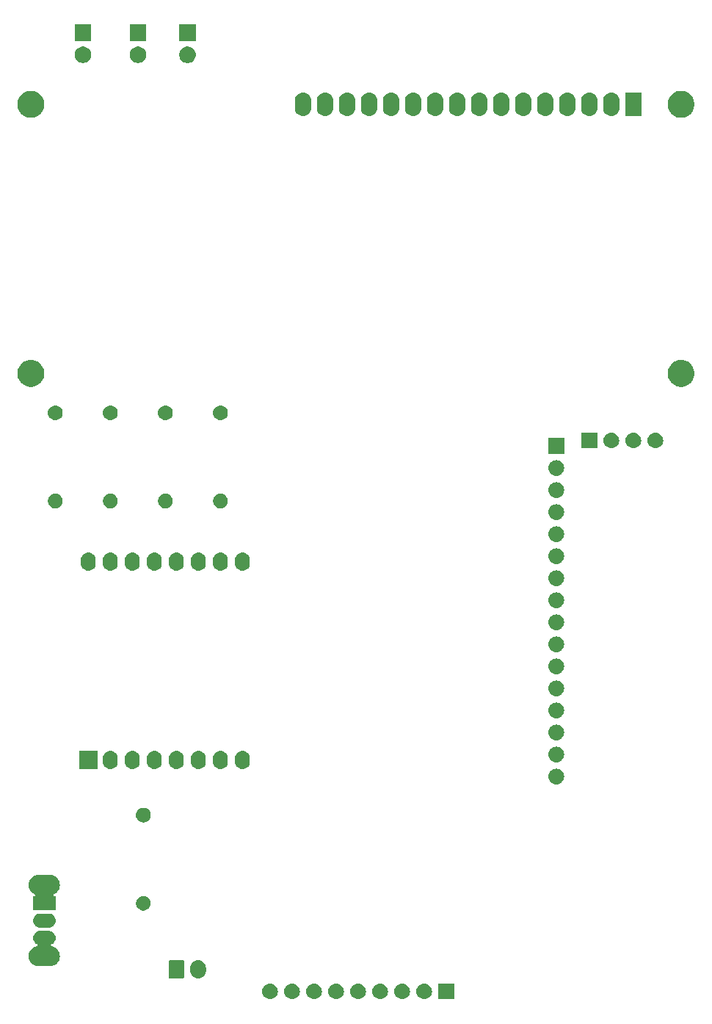
<source format=gbr>
G04 #@! TF.GenerationSoftware,KiCad,Pcbnew,(5.1.2)-1*
G04 #@! TF.CreationDate,2019-10-17T22:12:22+01:00*
G04 #@! TF.ProjectId,Keypad,4b657970-6164-42e6-9b69-6361645f7063,1*
G04 #@! TF.SameCoordinates,Original*
G04 #@! TF.FileFunction,Soldermask,Bot*
G04 #@! TF.FilePolarity,Negative*
%FSLAX46Y46*%
G04 Gerber Fmt 4.6, Leading zero omitted, Abs format (unit mm)*
G04 Created by KiCad (PCBNEW (5.1.2)-1) date 2019-10-17 22:12:22*
%MOMM*%
%LPD*%
G04 APERTURE LIST*
%ADD10C,0.100000*%
G04 APERTURE END LIST*
D10*
G36*
X161556000Y-148856000D02*
G01*
X159754000Y-148856000D01*
X159754000Y-147054000D01*
X161556000Y-147054000D01*
X161556000Y-148856000D01*
X161556000Y-148856000D01*
G37*
G36*
X158225442Y-147060518D02*
G01*
X158291627Y-147067037D01*
X158461466Y-147118557D01*
X158617991Y-147202222D01*
X158653729Y-147231552D01*
X158755186Y-147314814D01*
X158838448Y-147416271D01*
X158867778Y-147452009D01*
X158951443Y-147608534D01*
X159002963Y-147778373D01*
X159020359Y-147955000D01*
X159002963Y-148131627D01*
X158951443Y-148301466D01*
X158867778Y-148457991D01*
X158838448Y-148493729D01*
X158755186Y-148595186D01*
X158653729Y-148678448D01*
X158617991Y-148707778D01*
X158461466Y-148791443D01*
X158291627Y-148842963D01*
X158225443Y-148849481D01*
X158159260Y-148856000D01*
X158070740Y-148856000D01*
X158004557Y-148849481D01*
X157938373Y-148842963D01*
X157768534Y-148791443D01*
X157612009Y-148707778D01*
X157576271Y-148678448D01*
X157474814Y-148595186D01*
X157391552Y-148493729D01*
X157362222Y-148457991D01*
X157278557Y-148301466D01*
X157227037Y-148131627D01*
X157209641Y-147955000D01*
X157227037Y-147778373D01*
X157278557Y-147608534D01*
X157362222Y-147452009D01*
X157391552Y-147416271D01*
X157474814Y-147314814D01*
X157576271Y-147231552D01*
X157612009Y-147202222D01*
X157768534Y-147118557D01*
X157938373Y-147067037D01*
X158004558Y-147060518D01*
X158070740Y-147054000D01*
X158159260Y-147054000D01*
X158225442Y-147060518D01*
X158225442Y-147060518D01*
G37*
G36*
X140445442Y-147060518D02*
G01*
X140511627Y-147067037D01*
X140681466Y-147118557D01*
X140837991Y-147202222D01*
X140873729Y-147231552D01*
X140975186Y-147314814D01*
X141058448Y-147416271D01*
X141087778Y-147452009D01*
X141171443Y-147608534D01*
X141222963Y-147778373D01*
X141240359Y-147955000D01*
X141222963Y-148131627D01*
X141171443Y-148301466D01*
X141087778Y-148457991D01*
X141058448Y-148493729D01*
X140975186Y-148595186D01*
X140873729Y-148678448D01*
X140837991Y-148707778D01*
X140681466Y-148791443D01*
X140511627Y-148842963D01*
X140445443Y-148849481D01*
X140379260Y-148856000D01*
X140290740Y-148856000D01*
X140224557Y-148849481D01*
X140158373Y-148842963D01*
X139988534Y-148791443D01*
X139832009Y-148707778D01*
X139796271Y-148678448D01*
X139694814Y-148595186D01*
X139611552Y-148493729D01*
X139582222Y-148457991D01*
X139498557Y-148301466D01*
X139447037Y-148131627D01*
X139429641Y-147955000D01*
X139447037Y-147778373D01*
X139498557Y-147608534D01*
X139582222Y-147452009D01*
X139611552Y-147416271D01*
X139694814Y-147314814D01*
X139796271Y-147231552D01*
X139832009Y-147202222D01*
X139988534Y-147118557D01*
X140158373Y-147067037D01*
X140224558Y-147060518D01*
X140290740Y-147054000D01*
X140379260Y-147054000D01*
X140445442Y-147060518D01*
X140445442Y-147060518D01*
G37*
G36*
X142985442Y-147060518D02*
G01*
X143051627Y-147067037D01*
X143221466Y-147118557D01*
X143377991Y-147202222D01*
X143413729Y-147231552D01*
X143515186Y-147314814D01*
X143598448Y-147416271D01*
X143627778Y-147452009D01*
X143711443Y-147608534D01*
X143762963Y-147778373D01*
X143780359Y-147955000D01*
X143762963Y-148131627D01*
X143711443Y-148301466D01*
X143627778Y-148457991D01*
X143598448Y-148493729D01*
X143515186Y-148595186D01*
X143413729Y-148678448D01*
X143377991Y-148707778D01*
X143221466Y-148791443D01*
X143051627Y-148842963D01*
X142985443Y-148849481D01*
X142919260Y-148856000D01*
X142830740Y-148856000D01*
X142764557Y-148849481D01*
X142698373Y-148842963D01*
X142528534Y-148791443D01*
X142372009Y-148707778D01*
X142336271Y-148678448D01*
X142234814Y-148595186D01*
X142151552Y-148493729D01*
X142122222Y-148457991D01*
X142038557Y-148301466D01*
X141987037Y-148131627D01*
X141969641Y-147955000D01*
X141987037Y-147778373D01*
X142038557Y-147608534D01*
X142122222Y-147452009D01*
X142151552Y-147416271D01*
X142234814Y-147314814D01*
X142336271Y-147231552D01*
X142372009Y-147202222D01*
X142528534Y-147118557D01*
X142698373Y-147067037D01*
X142764558Y-147060518D01*
X142830740Y-147054000D01*
X142919260Y-147054000D01*
X142985442Y-147060518D01*
X142985442Y-147060518D01*
G37*
G36*
X145525442Y-147060518D02*
G01*
X145591627Y-147067037D01*
X145761466Y-147118557D01*
X145917991Y-147202222D01*
X145953729Y-147231552D01*
X146055186Y-147314814D01*
X146138448Y-147416271D01*
X146167778Y-147452009D01*
X146251443Y-147608534D01*
X146302963Y-147778373D01*
X146320359Y-147955000D01*
X146302963Y-148131627D01*
X146251443Y-148301466D01*
X146167778Y-148457991D01*
X146138448Y-148493729D01*
X146055186Y-148595186D01*
X145953729Y-148678448D01*
X145917991Y-148707778D01*
X145761466Y-148791443D01*
X145591627Y-148842963D01*
X145525443Y-148849481D01*
X145459260Y-148856000D01*
X145370740Y-148856000D01*
X145304557Y-148849481D01*
X145238373Y-148842963D01*
X145068534Y-148791443D01*
X144912009Y-148707778D01*
X144876271Y-148678448D01*
X144774814Y-148595186D01*
X144691552Y-148493729D01*
X144662222Y-148457991D01*
X144578557Y-148301466D01*
X144527037Y-148131627D01*
X144509641Y-147955000D01*
X144527037Y-147778373D01*
X144578557Y-147608534D01*
X144662222Y-147452009D01*
X144691552Y-147416271D01*
X144774814Y-147314814D01*
X144876271Y-147231552D01*
X144912009Y-147202222D01*
X145068534Y-147118557D01*
X145238373Y-147067037D01*
X145304558Y-147060518D01*
X145370740Y-147054000D01*
X145459260Y-147054000D01*
X145525442Y-147060518D01*
X145525442Y-147060518D01*
G37*
G36*
X150605442Y-147060518D02*
G01*
X150671627Y-147067037D01*
X150841466Y-147118557D01*
X150997991Y-147202222D01*
X151033729Y-147231552D01*
X151135186Y-147314814D01*
X151218448Y-147416271D01*
X151247778Y-147452009D01*
X151331443Y-147608534D01*
X151382963Y-147778373D01*
X151400359Y-147955000D01*
X151382963Y-148131627D01*
X151331443Y-148301466D01*
X151247778Y-148457991D01*
X151218448Y-148493729D01*
X151135186Y-148595186D01*
X151033729Y-148678448D01*
X150997991Y-148707778D01*
X150841466Y-148791443D01*
X150671627Y-148842963D01*
X150605443Y-148849481D01*
X150539260Y-148856000D01*
X150450740Y-148856000D01*
X150384557Y-148849481D01*
X150318373Y-148842963D01*
X150148534Y-148791443D01*
X149992009Y-148707778D01*
X149956271Y-148678448D01*
X149854814Y-148595186D01*
X149771552Y-148493729D01*
X149742222Y-148457991D01*
X149658557Y-148301466D01*
X149607037Y-148131627D01*
X149589641Y-147955000D01*
X149607037Y-147778373D01*
X149658557Y-147608534D01*
X149742222Y-147452009D01*
X149771552Y-147416271D01*
X149854814Y-147314814D01*
X149956271Y-147231552D01*
X149992009Y-147202222D01*
X150148534Y-147118557D01*
X150318373Y-147067037D01*
X150384558Y-147060518D01*
X150450740Y-147054000D01*
X150539260Y-147054000D01*
X150605442Y-147060518D01*
X150605442Y-147060518D01*
G37*
G36*
X148065442Y-147060518D02*
G01*
X148131627Y-147067037D01*
X148301466Y-147118557D01*
X148457991Y-147202222D01*
X148493729Y-147231552D01*
X148595186Y-147314814D01*
X148678448Y-147416271D01*
X148707778Y-147452009D01*
X148791443Y-147608534D01*
X148842963Y-147778373D01*
X148860359Y-147955000D01*
X148842963Y-148131627D01*
X148791443Y-148301466D01*
X148707778Y-148457991D01*
X148678448Y-148493729D01*
X148595186Y-148595186D01*
X148493729Y-148678448D01*
X148457991Y-148707778D01*
X148301466Y-148791443D01*
X148131627Y-148842963D01*
X148065443Y-148849481D01*
X147999260Y-148856000D01*
X147910740Y-148856000D01*
X147844557Y-148849481D01*
X147778373Y-148842963D01*
X147608534Y-148791443D01*
X147452009Y-148707778D01*
X147416271Y-148678448D01*
X147314814Y-148595186D01*
X147231552Y-148493729D01*
X147202222Y-148457991D01*
X147118557Y-148301466D01*
X147067037Y-148131627D01*
X147049641Y-147955000D01*
X147067037Y-147778373D01*
X147118557Y-147608534D01*
X147202222Y-147452009D01*
X147231552Y-147416271D01*
X147314814Y-147314814D01*
X147416271Y-147231552D01*
X147452009Y-147202222D01*
X147608534Y-147118557D01*
X147778373Y-147067037D01*
X147844558Y-147060518D01*
X147910740Y-147054000D01*
X147999260Y-147054000D01*
X148065442Y-147060518D01*
X148065442Y-147060518D01*
G37*
G36*
X155685442Y-147060518D02*
G01*
X155751627Y-147067037D01*
X155921466Y-147118557D01*
X156077991Y-147202222D01*
X156113729Y-147231552D01*
X156215186Y-147314814D01*
X156298448Y-147416271D01*
X156327778Y-147452009D01*
X156411443Y-147608534D01*
X156462963Y-147778373D01*
X156480359Y-147955000D01*
X156462963Y-148131627D01*
X156411443Y-148301466D01*
X156327778Y-148457991D01*
X156298448Y-148493729D01*
X156215186Y-148595186D01*
X156113729Y-148678448D01*
X156077991Y-148707778D01*
X155921466Y-148791443D01*
X155751627Y-148842963D01*
X155685443Y-148849481D01*
X155619260Y-148856000D01*
X155530740Y-148856000D01*
X155464557Y-148849481D01*
X155398373Y-148842963D01*
X155228534Y-148791443D01*
X155072009Y-148707778D01*
X155036271Y-148678448D01*
X154934814Y-148595186D01*
X154851552Y-148493729D01*
X154822222Y-148457991D01*
X154738557Y-148301466D01*
X154687037Y-148131627D01*
X154669641Y-147955000D01*
X154687037Y-147778373D01*
X154738557Y-147608534D01*
X154822222Y-147452009D01*
X154851552Y-147416271D01*
X154934814Y-147314814D01*
X155036271Y-147231552D01*
X155072009Y-147202222D01*
X155228534Y-147118557D01*
X155398373Y-147067037D01*
X155464558Y-147060518D01*
X155530740Y-147054000D01*
X155619260Y-147054000D01*
X155685442Y-147060518D01*
X155685442Y-147060518D01*
G37*
G36*
X153145442Y-147060518D02*
G01*
X153211627Y-147067037D01*
X153381466Y-147118557D01*
X153537991Y-147202222D01*
X153573729Y-147231552D01*
X153675186Y-147314814D01*
X153758448Y-147416271D01*
X153787778Y-147452009D01*
X153871443Y-147608534D01*
X153922963Y-147778373D01*
X153940359Y-147955000D01*
X153922963Y-148131627D01*
X153871443Y-148301466D01*
X153787778Y-148457991D01*
X153758448Y-148493729D01*
X153675186Y-148595186D01*
X153573729Y-148678448D01*
X153537991Y-148707778D01*
X153381466Y-148791443D01*
X153211627Y-148842963D01*
X153145443Y-148849481D01*
X153079260Y-148856000D01*
X152990740Y-148856000D01*
X152924557Y-148849481D01*
X152858373Y-148842963D01*
X152688534Y-148791443D01*
X152532009Y-148707778D01*
X152496271Y-148678448D01*
X152394814Y-148595186D01*
X152311552Y-148493729D01*
X152282222Y-148457991D01*
X152198557Y-148301466D01*
X152147037Y-148131627D01*
X152129641Y-147955000D01*
X152147037Y-147778373D01*
X152198557Y-147608534D01*
X152282222Y-147452009D01*
X152311552Y-147416271D01*
X152394814Y-147314814D01*
X152496271Y-147231552D01*
X152532009Y-147202222D01*
X152688534Y-147118557D01*
X152858373Y-147067037D01*
X152924558Y-147060518D01*
X152990740Y-147054000D01*
X153079260Y-147054000D01*
X153145442Y-147060518D01*
X153145442Y-147060518D01*
G37*
G36*
X132216626Y-144377037D02*
G01*
X132386465Y-144428557D01*
X132386467Y-144428558D01*
X132542989Y-144512221D01*
X132680186Y-144624814D01*
X132752408Y-144712818D01*
X132792778Y-144762009D01*
X132876443Y-144918534D01*
X132927963Y-145088373D01*
X132941000Y-145220742D01*
X132941000Y-145609257D01*
X132927963Y-145741626D01*
X132876443Y-145911466D01*
X132792778Y-146067991D01*
X132763448Y-146103729D01*
X132680186Y-146205186D01*
X132585250Y-146283097D01*
X132542991Y-146317778D01*
X132386466Y-146401443D01*
X132216627Y-146452963D01*
X132040000Y-146470359D01*
X131863374Y-146452963D01*
X131693535Y-146401443D01*
X131537010Y-146317778D01*
X131399815Y-146205185D01*
X131287222Y-146067991D01*
X131203557Y-145911466D01*
X131152037Y-145741627D01*
X131139000Y-145609258D01*
X131139000Y-145220743D01*
X131152037Y-145088374D01*
X131203557Y-144918535D01*
X131287222Y-144762010D01*
X131287223Y-144762009D01*
X131399814Y-144624814D01*
X131506141Y-144537555D01*
X131537009Y-144512222D01*
X131693534Y-144428557D01*
X131863373Y-144377037D01*
X132040000Y-144359641D01*
X132216626Y-144377037D01*
X132216626Y-144377037D01*
G37*
G36*
X130298600Y-144367989D02*
G01*
X130331652Y-144378015D01*
X130362103Y-144394292D01*
X130388799Y-144416201D01*
X130410708Y-144442897D01*
X130426985Y-144473348D01*
X130437011Y-144506400D01*
X130441000Y-144546903D01*
X130441000Y-146283097D01*
X130437011Y-146323600D01*
X130426985Y-146356652D01*
X130410708Y-146387103D01*
X130388799Y-146413799D01*
X130362103Y-146435708D01*
X130331652Y-146451985D01*
X130298600Y-146462011D01*
X130258097Y-146466000D01*
X128821903Y-146466000D01*
X128781400Y-146462011D01*
X128748348Y-146451985D01*
X128717897Y-146435708D01*
X128691201Y-146413799D01*
X128669292Y-146387103D01*
X128653015Y-146356652D01*
X128642989Y-146323600D01*
X128639000Y-146283097D01*
X128639000Y-144546903D01*
X128642989Y-144506400D01*
X128653015Y-144473348D01*
X128669292Y-144442897D01*
X128691201Y-144416201D01*
X128717897Y-144394292D01*
X128748348Y-144378015D01*
X128781400Y-144367989D01*
X128821903Y-144364000D01*
X130258097Y-144364000D01*
X130298600Y-144367989D01*
X130298600Y-144367989D01*
G37*
G36*
X114878571Y-140997863D02*
G01*
X114957023Y-141005590D01*
X115057682Y-141036125D01*
X115108013Y-141051392D01*
X115247165Y-141125771D01*
X115369133Y-141225867D01*
X115469229Y-141347835D01*
X115543608Y-141486987D01*
X115543608Y-141486988D01*
X115589410Y-141637977D01*
X115604875Y-141795000D01*
X115589410Y-141952023D01*
X115558875Y-142052682D01*
X115543608Y-142103013D01*
X115469229Y-142242165D01*
X115369133Y-142364133D01*
X115247165Y-142464229D01*
X115131161Y-142526235D01*
X115110787Y-142539849D01*
X115093460Y-142557176D01*
X115079846Y-142577550D01*
X115070469Y-142600189D01*
X115065689Y-142624223D01*
X115065689Y-142648727D01*
X115070470Y-142672760D01*
X115079847Y-142695399D01*
X115093461Y-142715773D01*
X115110788Y-142733100D01*
X115131162Y-142746714D01*
X115153801Y-142756091D01*
X115173516Y-142760012D01*
X115175631Y-142760654D01*
X115175635Y-142760654D01*
X115392600Y-142826470D01*
X115392602Y-142826471D01*
X115592555Y-142933347D01*
X115767818Y-143077182D01*
X115911653Y-143252445D01*
X116018529Y-143452398D01*
X116084346Y-143669366D01*
X116106569Y-143895000D01*
X116084346Y-144120634D01*
X116018529Y-144337602D01*
X115911653Y-144537555D01*
X115767818Y-144712818D01*
X115592555Y-144856653D01*
X115392602Y-144963529D01*
X115392600Y-144963530D01*
X115175635Y-145029346D01*
X115119271Y-145034897D01*
X115006545Y-145046000D01*
X113593455Y-145046000D01*
X113480729Y-145034897D01*
X113424365Y-145029346D01*
X113207400Y-144963530D01*
X113207398Y-144963529D01*
X113007445Y-144856653D01*
X112832182Y-144712818D01*
X112688347Y-144537555D01*
X112581471Y-144337602D01*
X112515654Y-144120634D01*
X112493431Y-143895000D01*
X112515654Y-143669366D01*
X112581471Y-143452398D01*
X112688347Y-143252445D01*
X112832182Y-143077182D01*
X113007445Y-142933347D01*
X113207398Y-142826471D01*
X113207400Y-142826470D01*
X113424365Y-142760654D01*
X113424369Y-142760654D01*
X113426484Y-142760012D01*
X113446197Y-142756091D01*
X113468836Y-142746715D01*
X113489210Y-142733101D01*
X113506538Y-142715775D01*
X113520152Y-142695401D01*
X113529530Y-142672762D01*
X113534311Y-142648729D01*
X113534311Y-142624225D01*
X113529531Y-142600191D01*
X113520155Y-142577552D01*
X113506541Y-142557178D01*
X113489215Y-142539850D01*
X113468839Y-142526235D01*
X113352835Y-142464229D01*
X113230867Y-142364133D01*
X113130771Y-142242165D01*
X113056392Y-142103013D01*
X113041125Y-142052682D01*
X113010590Y-141952023D01*
X112995125Y-141795000D01*
X113010590Y-141637977D01*
X113056392Y-141486988D01*
X113056392Y-141486987D01*
X113130771Y-141347835D01*
X113230867Y-141225867D01*
X113352835Y-141125771D01*
X113491987Y-141051392D01*
X113542318Y-141036125D01*
X113642977Y-141005590D01*
X113721429Y-140997863D01*
X113760654Y-140994000D01*
X114839346Y-140994000D01*
X114878571Y-140997863D01*
X114878571Y-140997863D01*
G37*
G36*
X114878571Y-138997863D02*
G01*
X114957023Y-139005590D01*
X115057682Y-139036125D01*
X115108013Y-139051392D01*
X115247165Y-139125771D01*
X115369133Y-139225867D01*
X115469229Y-139347835D01*
X115543608Y-139486987D01*
X115543608Y-139486988D01*
X115589410Y-139637977D01*
X115604875Y-139795000D01*
X115589410Y-139952023D01*
X115558875Y-140052682D01*
X115543608Y-140103013D01*
X115469229Y-140242165D01*
X115369133Y-140364133D01*
X115247165Y-140464229D01*
X115108013Y-140538608D01*
X115057682Y-140553875D01*
X114957023Y-140584410D01*
X114878571Y-140592137D01*
X114839346Y-140596000D01*
X113760654Y-140596000D01*
X113721429Y-140592137D01*
X113642977Y-140584410D01*
X113542318Y-140553875D01*
X113491987Y-140538608D01*
X113352835Y-140464229D01*
X113230867Y-140364133D01*
X113130771Y-140242165D01*
X113056392Y-140103013D01*
X113041125Y-140052682D01*
X113010590Y-139952023D01*
X112995125Y-139795000D01*
X113010590Y-139637977D01*
X113056392Y-139486988D01*
X113056392Y-139486987D01*
X113130771Y-139347835D01*
X113230867Y-139225867D01*
X113352835Y-139125771D01*
X113491987Y-139051392D01*
X113542318Y-139036125D01*
X113642977Y-139005590D01*
X113721429Y-138997863D01*
X113760654Y-138994000D01*
X114839346Y-138994000D01*
X114878571Y-138997863D01*
X114878571Y-138997863D01*
G37*
G36*
X125978228Y-136976703D02*
G01*
X126133100Y-137040853D01*
X126272481Y-137133985D01*
X126391015Y-137252519D01*
X126484147Y-137391900D01*
X126548297Y-137546772D01*
X126581000Y-137711184D01*
X126581000Y-137878816D01*
X126548297Y-138043228D01*
X126484147Y-138198100D01*
X126391015Y-138337481D01*
X126272481Y-138456015D01*
X126133100Y-138549147D01*
X125978228Y-138613297D01*
X125813816Y-138646000D01*
X125646184Y-138646000D01*
X125481772Y-138613297D01*
X125326900Y-138549147D01*
X125187519Y-138456015D01*
X125068985Y-138337481D01*
X124975853Y-138198100D01*
X124911703Y-138043228D01*
X124879000Y-137878816D01*
X124879000Y-137711184D01*
X124911703Y-137546772D01*
X124975853Y-137391900D01*
X125068985Y-137252519D01*
X125187519Y-137133985D01*
X125326900Y-137040853D01*
X125481772Y-136976703D01*
X125646184Y-136944000D01*
X125813816Y-136944000D01*
X125978228Y-136976703D01*
X125978228Y-136976703D01*
G37*
G36*
X115119271Y-134555103D02*
G01*
X115175635Y-134560654D01*
X115392600Y-134626470D01*
X115392602Y-134626471D01*
X115592555Y-134733347D01*
X115767818Y-134877182D01*
X115911653Y-135052445D01*
X116018529Y-135252398D01*
X116084346Y-135469366D01*
X116106569Y-135695000D01*
X116084346Y-135920634D01*
X116018529Y-136137602D01*
X115911653Y-136337555D01*
X115767818Y-136512818D01*
X115592555Y-136656653D01*
X115401521Y-136758762D01*
X115381147Y-136772375D01*
X115363820Y-136789702D01*
X115350206Y-136810077D01*
X115340828Y-136832715D01*
X115336048Y-136856749D01*
X115336048Y-136881253D01*
X115340828Y-136905286D01*
X115350206Y-136927925D01*
X115363819Y-136948299D01*
X115381146Y-136965626D01*
X115401521Y-136979240D01*
X115424159Y-136988618D01*
X115448193Y-136993398D01*
X115460445Y-136994000D01*
X115601000Y-136994000D01*
X115601000Y-138596000D01*
X112999000Y-138596000D01*
X112999000Y-136994000D01*
X113139555Y-136994000D01*
X113163941Y-136991598D01*
X113187390Y-136984485D01*
X113209001Y-136972934D01*
X113227943Y-136957389D01*
X113243488Y-136938447D01*
X113255039Y-136916836D01*
X113262152Y-136893387D01*
X113264554Y-136869001D01*
X113262152Y-136844615D01*
X113255039Y-136821166D01*
X113243488Y-136799555D01*
X113227943Y-136780613D01*
X113209001Y-136765068D01*
X113198479Y-136758762D01*
X113007445Y-136656653D01*
X112832182Y-136512818D01*
X112688347Y-136337555D01*
X112581471Y-136137602D01*
X112515654Y-135920634D01*
X112493431Y-135695000D01*
X112515654Y-135469366D01*
X112581471Y-135252398D01*
X112688347Y-135052445D01*
X112832182Y-134877182D01*
X113007445Y-134733347D01*
X113207398Y-134626471D01*
X113207400Y-134626470D01*
X113424365Y-134560654D01*
X113480729Y-134555103D01*
X113593455Y-134544000D01*
X115006545Y-134544000D01*
X115119271Y-134555103D01*
X115119271Y-134555103D01*
G37*
G36*
X125896823Y-126796313D02*
G01*
X126057242Y-126844976D01*
X126189906Y-126915886D01*
X126205078Y-126923996D01*
X126334659Y-127030341D01*
X126441004Y-127159922D01*
X126441005Y-127159924D01*
X126520024Y-127307758D01*
X126568687Y-127468177D01*
X126585117Y-127635000D01*
X126568687Y-127801823D01*
X126520024Y-127962242D01*
X126449114Y-128094906D01*
X126441004Y-128110078D01*
X126334659Y-128239659D01*
X126205078Y-128346004D01*
X126205076Y-128346005D01*
X126057242Y-128425024D01*
X125896823Y-128473687D01*
X125771804Y-128486000D01*
X125688196Y-128486000D01*
X125563177Y-128473687D01*
X125402758Y-128425024D01*
X125254924Y-128346005D01*
X125254922Y-128346004D01*
X125125341Y-128239659D01*
X125018996Y-128110078D01*
X125010886Y-128094906D01*
X124939976Y-127962242D01*
X124891313Y-127801823D01*
X124874883Y-127635000D01*
X124891313Y-127468177D01*
X124939976Y-127307758D01*
X125018995Y-127159924D01*
X125018996Y-127159922D01*
X125125341Y-127030341D01*
X125254922Y-126923996D01*
X125270094Y-126915886D01*
X125402758Y-126844976D01*
X125563177Y-126796313D01*
X125688196Y-126784000D01*
X125771804Y-126784000D01*
X125896823Y-126796313D01*
X125896823Y-126796313D01*
G37*
G36*
X173465443Y-122295519D02*
G01*
X173531627Y-122302037D01*
X173701466Y-122353557D01*
X173857991Y-122437222D01*
X173893729Y-122466552D01*
X173995186Y-122549814D01*
X174078448Y-122651271D01*
X174107778Y-122687009D01*
X174191443Y-122843534D01*
X174242963Y-123013373D01*
X174260359Y-123190000D01*
X174242963Y-123366627D01*
X174191443Y-123536466D01*
X174107778Y-123692991D01*
X174078448Y-123728729D01*
X173995186Y-123830186D01*
X173893729Y-123913448D01*
X173857991Y-123942778D01*
X173701466Y-124026443D01*
X173531627Y-124077963D01*
X173465442Y-124084482D01*
X173399260Y-124091000D01*
X173310740Y-124091000D01*
X173244558Y-124084482D01*
X173178373Y-124077963D01*
X173008534Y-124026443D01*
X172852009Y-123942778D01*
X172816271Y-123913448D01*
X172714814Y-123830186D01*
X172631552Y-123728729D01*
X172602222Y-123692991D01*
X172518557Y-123536466D01*
X172467037Y-123366627D01*
X172449641Y-123190000D01*
X172467037Y-123013373D01*
X172518557Y-122843534D01*
X172602222Y-122687009D01*
X172631552Y-122651271D01*
X172714814Y-122549814D01*
X172816271Y-122466552D01*
X172852009Y-122437222D01*
X173008534Y-122353557D01*
X173178373Y-122302037D01*
X173244557Y-122295519D01*
X173310740Y-122289000D01*
X173399260Y-122289000D01*
X173465443Y-122295519D01*
X173465443Y-122295519D01*
G37*
G36*
X132246822Y-120246313D02*
G01*
X132407241Y-120294976D01*
X132555077Y-120373995D01*
X132676171Y-120473375D01*
X132684659Y-120480341D01*
X132791004Y-120609922D01*
X132791005Y-120609924D01*
X132870024Y-120757758D01*
X132918687Y-120918177D01*
X132931000Y-121043196D01*
X132931000Y-121526803D01*
X132918687Y-121651822D01*
X132870024Y-121812242D01*
X132799114Y-121944906D01*
X132791004Y-121960078D01*
X132684659Y-122089659D01*
X132555078Y-122196004D01*
X132555076Y-122196005D01*
X132407242Y-122275024D01*
X132246823Y-122323687D01*
X132080000Y-122340117D01*
X131913178Y-122323687D01*
X131752759Y-122275024D01*
X131604925Y-122196005D01*
X131604923Y-122196004D01*
X131475342Y-122089659D01*
X131368996Y-121960078D01*
X131360886Y-121944906D01*
X131289976Y-121812242D01*
X131241313Y-121651823D01*
X131229000Y-121526804D01*
X131229000Y-121043197D01*
X131241313Y-120918178D01*
X131289976Y-120757759D01*
X131368995Y-120609923D01*
X131475341Y-120480341D01*
X131483829Y-120473375D01*
X131604922Y-120373996D01*
X131620094Y-120365886D01*
X131752758Y-120294976D01*
X131913177Y-120246313D01*
X132080000Y-120229883D01*
X132246822Y-120246313D01*
X132246822Y-120246313D01*
G37*
G36*
X137326822Y-120246313D02*
G01*
X137487241Y-120294976D01*
X137635077Y-120373995D01*
X137756171Y-120473375D01*
X137764659Y-120480341D01*
X137871004Y-120609922D01*
X137871005Y-120609924D01*
X137950024Y-120757758D01*
X137998687Y-120918177D01*
X138011000Y-121043196D01*
X138011000Y-121526803D01*
X137998687Y-121651822D01*
X137950024Y-121812242D01*
X137879114Y-121944906D01*
X137871004Y-121960078D01*
X137764659Y-122089659D01*
X137635078Y-122196004D01*
X137635076Y-122196005D01*
X137487242Y-122275024D01*
X137326823Y-122323687D01*
X137160000Y-122340117D01*
X136993178Y-122323687D01*
X136832759Y-122275024D01*
X136684925Y-122196005D01*
X136684923Y-122196004D01*
X136555342Y-122089659D01*
X136448996Y-121960078D01*
X136440886Y-121944906D01*
X136369976Y-121812242D01*
X136321313Y-121651823D01*
X136309000Y-121526804D01*
X136309000Y-121043197D01*
X136321313Y-120918178D01*
X136369976Y-120757759D01*
X136448995Y-120609923D01*
X136555341Y-120480341D01*
X136563829Y-120473375D01*
X136684922Y-120373996D01*
X136700094Y-120365886D01*
X136832758Y-120294976D01*
X136993177Y-120246313D01*
X137160000Y-120229883D01*
X137326822Y-120246313D01*
X137326822Y-120246313D01*
G37*
G36*
X134786822Y-120246313D02*
G01*
X134947241Y-120294976D01*
X135095077Y-120373995D01*
X135216171Y-120473375D01*
X135224659Y-120480341D01*
X135331004Y-120609922D01*
X135331005Y-120609924D01*
X135410024Y-120757758D01*
X135458687Y-120918177D01*
X135471000Y-121043196D01*
X135471000Y-121526803D01*
X135458687Y-121651822D01*
X135410024Y-121812242D01*
X135339114Y-121944906D01*
X135331004Y-121960078D01*
X135224659Y-122089659D01*
X135095078Y-122196004D01*
X135095076Y-122196005D01*
X134947242Y-122275024D01*
X134786823Y-122323687D01*
X134620000Y-122340117D01*
X134453178Y-122323687D01*
X134292759Y-122275024D01*
X134144925Y-122196005D01*
X134144923Y-122196004D01*
X134015342Y-122089659D01*
X133908996Y-121960078D01*
X133900886Y-121944906D01*
X133829976Y-121812242D01*
X133781313Y-121651823D01*
X133769000Y-121526804D01*
X133769000Y-121043197D01*
X133781313Y-120918178D01*
X133829976Y-120757759D01*
X133908995Y-120609923D01*
X134015341Y-120480341D01*
X134023829Y-120473375D01*
X134144922Y-120373996D01*
X134160094Y-120365886D01*
X134292758Y-120294976D01*
X134453177Y-120246313D01*
X134620000Y-120229883D01*
X134786822Y-120246313D01*
X134786822Y-120246313D01*
G37*
G36*
X122086822Y-120246313D02*
G01*
X122247241Y-120294976D01*
X122395077Y-120373995D01*
X122516171Y-120473375D01*
X122524659Y-120480341D01*
X122631004Y-120609922D01*
X122631005Y-120609924D01*
X122710024Y-120757758D01*
X122758687Y-120918177D01*
X122771000Y-121043196D01*
X122771000Y-121526803D01*
X122758687Y-121651822D01*
X122710024Y-121812242D01*
X122639114Y-121944906D01*
X122631004Y-121960078D01*
X122524659Y-122089659D01*
X122395078Y-122196004D01*
X122395076Y-122196005D01*
X122247242Y-122275024D01*
X122086823Y-122323687D01*
X121920000Y-122340117D01*
X121753178Y-122323687D01*
X121592759Y-122275024D01*
X121444925Y-122196005D01*
X121444923Y-122196004D01*
X121315342Y-122089659D01*
X121208996Y-121960078D01*
X121200886Y-121944906D01*
X121129976Y-121812242D01*
X121081313Y-121651823D01*
X121069000Y-121526804D01*
X121069000Y-121043197D01*
X121081313Y-120918178D01*
X121129976Y-120757759D01*
X121208995Y-120609923D01*
X121315341Y-120480341D01*
X121323829Y-120473375D01*
X121444922Y-120373996D01*
X121460094Y-120365886D01*
X121592758Y-120294976D01*
X121753177Y-120246313D01*
X121920000Y-120229883D01*
X122086822Y-120246313D01*
X122086822Y-120246313D01*
G37*
G36*
X129706822Y-120246313D02*
G01*
X129867241Y-120294976D01*
X130015077Y-120373995D01*
X130136171Y-120473375D01*
X130144659Y-120480341D01*
X130251004Y-120609922D01*
X130251005Y-120609924D01*
X130330024Y-120757758D01*
X130378687Y-120918177D01*
X130391000Y-121043196D01*
X130391000Y-121526803D01*
X130378687Y-121651822D01*
X130330024Y-121812242D01*
X130259114Y-121944906D01*
X130251004Y-121960078D01*
X130144659Y-122089659D01*
X130015078Y-122196004D01*
X130015076Y-122196005D01*
X129867242Y-122275024D01*
X129706823Y-122323687D01*
X129540000Y-122340117D01*
X129373178Y-122323687D01*
X129212759Y-122275024D01*
X129064925Y-122196005D01*
X129064923Y-122196004D01*
X128935342Y-122089659D01*
X128828996Y-121960078D01*
X128820886Y-121944906D01*
X128749976Y-121812242D01*
X128701313Y-121651823D01*
X128689000Y-121526804D01*
X128689000Y-121043197D01*
X128701313Y-120918178D01*
X128749976Y-120757759D01*
X128828995Y-120609923D01*
X128935341Y-120480341D01*
X128943829Y-120473375D01*
X129064922Y-120373996D01*
X129080094Y-120365886D01*
X129212758Y-120294976D01*
X129373177Y-120246313D01*
X129540000Y-120229883D01*
X129706822Y-120246313D01*
X129706822Y-120246313D01*
G37*
G36*
X127166822Y-120246313D02*
G01*
X127327241Y-120294976D01*
X127475077Y-120373995D01*
X127596171Y-120473375D01*
X127604659Y-120480341D01*
X127711004Y-120609922D01*
X127711005Y-120609924D01*
X127790024Y-120757758D01*
X127838687Y-120918177D01*
X127851000Y-121043196D01*
X127851000Y-121526803D01*
X127838687Y-121651822D01*
X127790024Y-121812242D01*
X127719114Y-121944906D01*
X127711004Y-121960078D01*
X127604659Y-122089659D01*
X127475078Y-122196004D01*
X127475076Y-122196005D01*
X127327242Y-122275024D01*
X127166823Y-122323687D01*
X127000000Y-122340117D01*
X126833178Y-122323687D01*
X126672759Y-122275024D01*
X126524925Y-122196005D01*
X126524923Y-122196004D01*
X126395342Y-122089659D01*
X126288996Y-121960078D01*
X126280886Y-121944906D01*
X126209976Y-121812242D01*
X126161313Y-121651823D01*
X126149000Y-121526804D01*
X126149000Y-121043197D01*
X126161313Y-120918178D01*
X126209976Y-120757759D01*
X126288995Y-120609923D01*
X126395341Y-120480341D01*
X126403829Y-120473375D01*
X126524922Y-120373996D01*
X126540094Y-120365886D01*
X126672758Y-120294976D01*
X126833177Y-120246313D01*
X127000000Y-120229883D01*
X127166822Y-120246313D01*
X127166822Y-120246313D01*
G37*
G36*
X124626822Y-120246313D02*
G01*
X124787241Y-120294976D01*
X124935077Y-120373995D01*
X125056171Y-120473375D01*
X125064659Y-120480341D01*
X125171004Y-120609922D01*
X125171005Y-120609924D01*
X125250024Y-120757758D01*
X125298687Y-120918177D01*
X125311000Y-121043196D01*
X125311000Y-121526803D01*
X125298687Y-121651822D01*
X125250024Y-121812242D01*
X125179114Y-121944906D01*
X125171004Y-121960078D01*
X125064659Y-122089659D01*
X124935078Y-122196004D01*
X124935076Y-122196005D01*
X124787242Y-122275024D01*
X124626823Y-122323687D01*
X124460000Y-122340117D01*
X124293178Y-122323687D01*
X124132759Y-122275024D01*
X123984925Y-122196005D01*
X123984923Y-122196004D01*
X123855342Y-122089659D01*
X123748996Y-121960078D01*
X123740886Y-121944906D01*
X123669976Y-121812242D01*
X123621313Y-121651823D01*
X123609000Y-121526804D01*
X123609000Y-121043197D01*
X123621313Y-120918178D01*
X123669976Y-120757759D01*
X123748995Y-120609923D01*
X123855341Y-120480341D01*
X123863829Y-120473375D01*
X123984922Y-120373996D01*
X124000094Y-120365886D01*
X124132758Y-120294976D01*
X124293177Y-120246313D01*
X124460000Y-120229883D01*
X124626822Y-120246313D01*
X124626822Y-120246313D01*
G37*
G36*
X120431000Y-122336000D02*
G01*
X118329000Y-122336000D01*
X118329000Y-120234000D01*
X120431000Y-120234000D01*
X120431000Y-122336000D01*
X120431000Y-122336000D01*
G37*
G36*
X173465442Y-119755518D02*
G01*
X173531627Y-119762037D01*
X173701466Y-119813557D01*
X173857991Y-119897222D01*
X173893729Y-119926552D01*
X173995186Y-120009814D01*
X174078448Y-120111271D01*
X174107778Y-120147009D01*
X174191443Y-120303534D01*
X174242963Y-120473373D01*
X174260359Y-120650000D01*
X174242963Y-120826627D01*
X174191443Y-120996466D01*
X174107778Y-121152991D01*
X174078448Y-121188729D01*
X173995186Y-121290186D01*
X173893729Y-121373448D01*
X173857991Y-121402778D01*
X173701466Y-121486443D01*
X173531627Y-121537963D01*
X173465443Y-121544481D01*
X173399260Y-121551000D01*
X173310740Y-121551000D01*
X173244557Y-121544481D01*
X173178373Y-121537963D01*
X173008534Y-121486443D01*
X172852009Y-121402778D01*
X172816271Y-121373448D01*
X172714814Y-121290186D01*
X172631552Y-121188729D01*
X172602222Y-121152991D01*
X172518557Y-120996466D01*
X172467037Y-120826627D01*
X172449641Y-120650000D01*
X172467037Y-120473373D01*
X172518557Y-120303534D01*
X172602222Y-120147009D01*
X172631552Y-120111271D01*
X172714814Y-120009814D01*
X172816271Y-119926552D01*
X172852009Y-119897222D01*
X173008534Y-119813557D01*
X173178373Y-119762037D01*
X173244558Y-119755518D01*
X173310740Y-119749000D01*
X173399260Y-119749000D01*
X173465442Y-119755518D01*
X173465442Y-119755518D01*
G37*
G36*
X173465443Y-117215519D02*
G01*
X173531627Y-117222037D01*
X173701466Y-117273557D01*
X173857991Y-117357222D01*
X173893729Y-117386552D01*
X173995186Y-117469814D01*
X174078448Y-117571271D01*
X174107778Y-117607009D01*
X174191443Y-117763534D01*
X174242963Y-117933373D01*
X174260359Y-118110000D01*
X174242963Y-118286627D01*
X174191443Y-118456466D01*
X174107778Y-118612991D01*
X174078448Y-118648729D01*
X173995186Y-118750186D01*
X173893729Y-118833448D01*
X173857991Y-118862778D01*
X173701466Y-118946443D01*
X173531627Y-118997963D01*
X173465443Y-119004481D01*
X173399260Y-119011000D01*
X173310740Y-119011000D01*
X173244557Y-119004481D01*
X173178373Y-118997963D01*
X173008534Y-118946443D01*
X172852009Y-118862778D01*
X172816271Y-118833448D01*
X172714814Y-118750186D01*
X172631552Y-118648729D01*
X172602222Y-118612991D01*
X172518557Y-118456466D01*
X172467037Y-118286627D01*
X172449641Y-118110000D01*
X172467037Y-117933373D01*
X172518557Y-117763534D01*
X172602222Y-117607009D01*
X172631552Y-117571271D01*
X172714814Y-117469814D01*
X172816271Y-117386552D01*
X172852009Y-117357222D01*
X173008534Y-117273557D01*
X173178373Y-117222037D01*
X173244557Y-117215519D01*
X173310740Y-117209000D01*
X173399260Y-117209000D01*
X173465443Y-117215519D01*
X173465443Y-117215519D01*
G37*
G36*
X173465443Y-114675519D02*
G01*
X173531627Y-114682037D01*
X173701466Y-114733557D01*
X173857991Y-114817222D01*
X173893729Y-114846552D01*
X173995186Y-114929814D01*
X174078448Y-115031271D01*
X174107778Y-115067009D01*
X174191443Y-115223534D01*
X174242963Y-115393373D01*
X174260359Y-115570000D01*
X174242963Y-115746627D01*
X174191443Y-115916466D01*
X174107778Y-116072991D01*
X174078448Y-116108729D01*
X173995186Y-116210186D01*
X173893729Y-116293448D01*
X173857991Y-116322778D01*
X173701466Y-116406443D01*
X173531627Y-116457963D01*
X173465442Y-116464482D01*
X173399260Y-116471000D01*
X173310740Y-116471000D01*
X173244558Y-116464482D01*
X173178373Y-116457963D01*
X173008534Y-116406443D01*
X172852009Y-116322778D01*
X172816271Y-116293448D01*
X172714814Y-116210186D01*
X172631552Y-116108729D01*
X172602222Y-116072991D01*
X172518557Y-115916466D01*
X172467037Y-115746627D01*
X172449641Y-115570000D01*
X172467037Y-115393373D01*
X172518557Y-115223534D01*
X172602222Y-115067009D01*
X172631552Y-115031271D01*
X172714814Y-114929814D01*
X172816271Y-114846552D01*
X172852009Y-114817222D01*
X173008534Y-114733557D01*
X173178373Y-114682037D01*
X173244557Y-114675519D01*
X173310740Y-114669000D01*
X173399260Y-114669000D01*
X173465443Y-114675519D01*
X173465443Y-114675519D01*
G37*
G36*
X173465443Y-112135519D02*
G01*
X173531627Y-112142037D01*
X173701466Y-112193557D01*
X173857991Y-112277222D01*
X173893729Y-112306552D01*
X173995186Y-112389814D01*
X174078448Y-112491271D01*
X174107778Y-112527009D01*
X174191443Y-112683534D01*
X174242963Y-112853373D01*
X174260359Y-113030000D01*
X174242963Y-113206627D01*
X174191443Y-113376466D01*
X174107778Y-113532991D01*
X174078448Y-113568729D01*
X173995186Y-113670186D01*
X173893729Y-113753448D01*
X173857991Y-113782778D01*
X173701466Y-113866443D01*
X173531627Y-113917963D01*
X173465443Y-113924481D01*
X173399260Y-113931000D01*
X173310740Y-113931000D01*
X173244557Y-113924481D01*
X173178373Y-113917963D01*
X173008534Y-113866443D01*
X172852009Y-113782778D01*
X172816271Y-113753448D01*
X172714814Y-113670186D01*
X172631552Y-113568729D01*
X172602222Y-113532991D01*
X172518557Y-113376466D01*
X172467037Y-113206627D01*
X172449641Y-113030000D01*
X172467037Y-112853373D01*
X172518557Y-112683534D01*
X172602222Y-112527009D01*
X172631552Y-112491271D01*
X172714814Y-112389814D01*
X172816271Y-112306552D01*
X172852009Y-112277222D01*
X173008534Y-112193557D01*
X173178373Y-112142037D01*
X173244557Y-112135519D01*
X173310740Y-112129000D01*
X173399260Y-112129000D01*
X173465443Y-112135519D01*
X173465443Y-112135519D01*
G37*
G36*
X173465442Y-109595518D02*
G01*
X173531627Y-109602037D01*
X173701466Y-109653557D01*
X173857991Y-109737222D01*
X173893729Y-109766552D01*
X173995186Y-109849814D01*
X174078448Y-109951271D01*
X174107778Y-109987009D01*
X174191443Y-110143534D01*
X174242963Y-110313373D01*
X174260359Y-110490000D01*
X174242963Y-110666627D01*
X174191443Y-110836466D01*
X174107778Y-110992991D01*
X174078448Y-111028729D01*
X173995186Y-111130186D01*
X173893729Y-111213448D01*
X173857991Y-111242778D01*
X173701466Y-111326443D01*
X173531627Y-111377963D01*
X173465443Y-111384481D01*
X173399260Y-111391000D01*
X173310740Y-111391000D01*
X173244557Y-111384481D01*
X173178373Y-111377963D01*
X173008534Y-111326443D01*
X172852009Y-111242778D01*
X172816271Y-111213448D01*
X172714814Y-111130186D01*
X172631552Y-111028729D01*
X172602222Y-110992991D01*
X172518557Y-110836466D01*
X172467037Y-110666627D01*
X172449641Y-110490000D01*
X172467037Y-110313373D01*
X172518557Y-110143534D01*
X172602222Y-109987009D01*
X172631552Y-109951271D01*
X172714814Y-109849814D01*
X172816271Y-109766552D01*
X172852009Y-109737222D01*
X173008534Y-109653557D01*
X173178373Y-109602037D01*
X173244558Y-109595518D01*
X173310740Y-109589000D01*
X173399260Y-109589000D01*
X173465442Y-109595518D01*
X173465442Y-109595518D01*
G37*
G36*
X173465442Y-107055518D02*
G01*
X173531627Y-107062037D01*
X173701466Y-107113557D01*
X173857991Y-107197222D01*
X173893729Y-107226552D01*
X173995186Y-107309814D01*
X174078448Y-107411271D01*
X174107778Y-107447009D01*
X174191443Y-107603534D01*
X174242963Y-107773373D01*
X174260359Y-107950000D01*
X174242963Y-108126627D01*
X174191443Y-108296466D01*
X174107778Y-108452991D01*
X174078448Y-108488729D01*
X173995186Y-108590186D01*
X173893729Y-108673448D01*
X173857991Y-108702778D01*
X173701466Y-108786443D01*
X173531627Y-108837963D01*
X173465442Y-108844482D01*
X173399260Y-108851000D01*
X173310740Y-108851000D01*
X173244558Y-108844482D01*
X173178373Y-108837963D01*
X173008534Y-108786443D01*
X172852009Y-108702778D01*
X172816271Y-108673448D01*
X172714814Y-108590186D01*
X172631552Y-108488729D01*
X172602222Y-108452991D01*
X172518557Y-108296466D01*
X172467037Y-108126627D01*
X172449641Y-107950000D01*
X172467037Y-107773373D01*
X172518557Y-107603534D01*
X172602222Y-107447009D01*
X172631552Y-107411271D01*
X172714814Y-107309814D01*
X172816271Y-107226552D01*
X172852009Y-107197222D01*
X173008534Y-107113557D01*
X173178373Y-107062037D01*
X173244558Y-107055518D01*
X173310740Y-107049000D01*
X173399260Y-107049000D01*
X173465442Y-107055518D01*
X173465442Y-107055518D01*
G37*
G36*
X173465443Y-104515519D02*
G01*
X173531627Y-104522037D01*
X173701466Y-104573557D01*
X173857991Y-104657222D01*
X173893729Y-104686552D01*
X173995186Y-104769814D01*
X174078448Y-104871271D01*
X174107778Y-104907009D01*
X174191443Y-105063534D01*
X174242963Y-105233373D01*
X174260359Y-105410000D01*
X174242963Y-105586627D01*
X174191443Y-105756466D01*
X174107778Y-105912991D01*
X174078448Y-105948729D01*
X173995186Y-106050186D01*
X173893729Y-106133448D01*
X173857991Y-106162778D01*
X173701466Y-106246443D01*
X173531627Y-106297963D01*
X173465442Y-106304482D01*
X173399260Y-106311000D01*
X173310740Y-106311000D01*
X173244558Y-106304482D01*
X173178373Y-106297963D01*
X173008534Y-106246443D01*
X172852009Y-106162778D01*
X172816271Y-106133448D01*
X172714814Y-106050186D01*
X172631552Y-105948729D01*
X172602222Y-105912991D01*
X172518557Y-105756466D01*
X172467037Y-105586627D01*
X172449641Y-105410000D01*
X172467037Y-105233373D01*
X172518557Y-105063534D01*
X172602222Y-104907009D01*
X172631552Y-104871271D01*
X172714814Y-104769814D01*
X172816271Y-104686552D01*
X172852009Y-104657222D01*
X173008534Y-104573557D01*
X173178373Y-104522037D01*
X173244557Y-104515519D01*
X173310740Y-104509000D01*
X173399260Y-104509000D01*
X173465443Y-104515519D01*
X173465443Y-104515519D01*
G37*
G36*
X173465442Y-101975518D02*
G01*
X173531627Y-101982037D01*
X173701466Y-102033557D01*
X173857991Y-102117222D01*
X173893729Y-102146552D01*
X173995186Y-102229814D01*
X174078448Y-102331271D01*
X174107778Y-102367009D01*
X174191443Y-102523534D01*
X174242963Y-102693373D01*
X174260359Y-102870000D01*
X174242963Y-103046627D01*
X174191443Y-103216466D01*
X174107778Y-103372991D01*
X174078448Y-103408729D01*
X173995186Y-103510186D01*
X173893729Y-103593448D01*
X173857991Y-103622778D01*
X173701466Y-103706443D01*
X173531627Y-103757963D01*
X173465443Y-103764481D01*
X173399260Y-103771000D01*
X173310740Y-103771000D01*
X173244557Y-103764481D01*
X173178373Y-103757963D01*
X173008534Y-103706443D01*
X172852009Y-103622778D01*
X172816271Y-103593448D01*
X172714814Y-103510186D01*
X172631552Y-103408729D01*
X172602222Y-103372991D01*
X172518557Y-103216466D01*
X172467037Y-103046627D01*
X172449641Y-102870000D01*
X172467037Y-102693373D01*
X172518557Y-102523534D01*
X172602222Y-102367009D01*
X172631552Y-102331271D01*
X172714814Y-102229814D01*
X172816271Y-102146552D01*
X172852009Y-102117222D01*
X173008534Y-102033557D01*
X173178373Y-101982037D01*
X173244558Y-101975518D01*
X173310740Y-101969000D01*
X173399260Y-101969000D01*
X173465442Y-101975518D01*
X173465442Y-101975518D01*
G37*
G36*
X173465443Y-99435519D02*
G01*
X173531627Y-99442037D01*
X173701466Y-99493557D01*
X173857991Y-99577222D01*
X173893729Y-99606552D01*
X173995186Y-99689814D01*
X174078448Y-99791271D01*
X174107778Y-99827009D01*
X174191443Y-99983534D01*
X174242963Y-100153373D01*
X174260359Y-100330000D01*
X174242963Y-100506627D01*
X174191443Y-100676466D01*
X174107778Y-100832991D01*
X174078448Y-100868729D01*
X173995186Y-100970186D01*
X173893729Y-101053448D01*
X173857991Y-101082778D01*
X173701466Y-101166443D01*
X173531627Y-101217963D01*
X173465443Y-101224481D01*
X173399260Y-101231000D01*
X173310740Y-101231000D01*
X173244558Y-101224482D01*
X173178373Y-101217963D01*
X173008534Y-101166443D01*
X172852009Y-101082778D01*
X172816271Y-101053448D01*
X172714814Y-100970186D01*
X172631552Y-100868729D01*
X172602222Y-100832991D01*
X172518557Y-100676466D01*
X172467037Y-100506627D01*
X172449641Y-100330000D01*
X172467037Y-100153373D01*
X172518557Y-99983534D01*
X172602222Y-99827009D01*
X172631552Y-99791271D01*
X172714814Y-99689814D01*
X172816271Y-99606552D01*
X172852009Y-99577222D01*
X173008534Y-99493557D01*
X173178373Y-99442037D01*
X173244558Y-99435518D01*
X173310740Y-99429000D01*
X173399260Y-99429000D01*
X173465443Y-99435519D01*
X173465443Y-99435519D01*
G37*
G36*
X124626822Y-97386313D02*
G01*
X124787241Y-97434976D01*
X124935077Y-97513995D01*
X125056171Y-97613375D01*
X125064659Y-97620341D01*
X125171004Y-97749922D01*
X125171005Y-97749924D01*
X125250024Y-97897758D01*
X125298687Y-98058177D01*
X125311000Y-98183196D01*
X125311000Y-98666803D01*
X125298687Y-98791822D01*
X125250024Y-98952242D01*
X125179114Y-99084906D01*
X125171004Y-99100078D01*
X125064659Y-99229659D01*
X124935078Y-99336004D01*
X124935076Y-99336005D01*
X124787242Y-99415024D01*
X124626823Y-99463687D01*
X124460000Y-99480117D01*
X124293178Y-99463687D01*
X124132759Y-99415024D01*
X123984925Y-99336005D01*
X123984923Y-99336004D01*
X123855342Y-99229659D01*
X123748996Y-99100078D01*
X123740886Y-99084906D01*
X123669976Y-98952242D01*
X123621313Y-98791823D01*
X123609000Y-98666804D01*
X123609000Y-98183197D01*
X123621313Y-98058178D01*
X123669976Y-97897759D01*
X123748995Y-97749923D01*
X123855341Y-97620341D01*
X123863829Y-97613375D01*
X123984922Y-97513996D01*
X124000094Y-97505886D01*
X124132758Y-97434976D01*
X124293177Y-97386313D01*
X124460000Y-97369883D01*
X124626822Y-97386313D01*
X124626822Y-97386313D01*
G37*
G36*
X119546822Y-97386313D02*
G01*
X119707241Y-97434976D01*
X119855077Y-97513995D01*
X119976171Y-97613375D01*
X119984659Y-97620341D01*
X120091004Y-97749922D01*
X120091005Y-97749924D01*
X120170024Y-97897758D01*
X120218687Y-98058177D01*
X120231000Y-98183196D01*
X120231000Y-98666803D01*
X120218687Y-98791822D01*
X120170024Y-98952242D01*
X120099114Y-99084906D01*
X120091004Y-99100078D01*
X119984659Y-99229659D01*
X119855078Y-99336004D01*
X119855076Y-99336005D01*
X119707242Y-99415024D01*
X119546823Y-99463687D01*
X119380000Y-99480117D01*
X119213178Y-99463687D01*
X119052759Y-99415024D01*
X118904925Y-99336005D01*
X118904923Y-99336004D01*
X118775342Y-99229659D01*
X118668996Y-99100078D01*
X118660886Y-99084906D01*
X118589976Y-98952242D01*
X118541313Y-98791823D01*
X118529000Y-98666804D01*
X118529000Y-98183197D01*
X118541313Y-98058178D01*
X118589976Y-97897759D01*
X118668995Y-97749923D01*
X118775341Y-97620341D01*
X118783829Y-97613375D01*
X118904922Y-97513996D01*
X118920094Y-97505886D01*
X119052758Y-97434976D01*
X119213177Y-97386313D01*
X119380000Y-97369883D01*
X119546822Y-97386313D01*
X119546822Y-97386313D01*
G37*
G36*
X122086822Y-97386313D02*
G01*
X122247241Y-97434976D01*
X122395077Y-97513995D01*
X122516171Y-97613375D01*
X122524659Y-97620341D01*
X122631004Y-97749922D01*
X122631005Y-97749924D01*
X122710024Y-97897758D01*
X122758687Y-98058177D01*
X122771000Y-98183196D01*
X122771000Y-98666803D01*
X122758687Y-98791822D01*
X122710024Y-98952242D01*
X122639114Y-99084906D01*
X122631004Y-99100078D01*
X122524659Y-99229659D01*
X122395078Y-99336004D01*
X122395076Y-99336005D01*
X122247242Y-99415024D01*
X122086823Y-99463687D01*
X121920000Y-99480117D01*
X121753178Y-99463687D01*
X121592759Y-99415024D01*
X121444925Y-99336005D01*
X121444923Y-99336004D01*
X121315342Y-99229659D01*
X121208996Y-99100078D01*
X121200886Y-99084906D01*
X121129976Y-98952242D01*
X121081313Y-98791823D01*
X121069000Y-98666804D01*
X121069000Y-98183197D01*
X121081313Y-98058178D01*
X121129976Y-97897759D01*
X121208995Y-97749923D01*
X121315341Y-97620341D01*
X121323829Y-97613375D01*
X121444922Y-97513996D01*
X121460094Y-97505886D01*
X121592758Y-97434976D01*
X121753177Y-97386313D01*
X121920000Y-97369883D01*
X122086822Y-97386313D01*
X122086822Y-97386313D01*
G37*
G36*
X127166822Y-97386313D02*
G01*
X127327241Y-97434976D01*
X127475077Y-97513995D01*
X127596171Y-97613375D01*
X127604659Y-97620341D01*
X127711004Y-97749922D01*
X127711005Y-97749924D01*
X127790024Y-97897758D01*
X127838687Y-98058177D01*
X127851000Y-98183196D01*
X127851000Y-98666803D01*
X127838687Y-98791822D01*
X127790024Y-98952242D01*
X127719114Y-99084906D01*
X127711004Y-99100078D01*
X127604659Y-99229659D01*
X127475078Y-99336004D01*
X127475076Y-99336005D01*
X127327242Y-99415024D01*
X127166823Y-99463687D01*
X127000000Y-99480117D01*
X126833178Y-99463687D01*
X126672759Y-99415024D01*
X126524925Y-99336005D01*
X126524923Y-99336004D01*
X126395342Y-99229659D01*
X126288996Y-99100078D01*
X126280886Y-99084906D01*
X126209976Y-98952242D01*
X126161313Y-98791823D01*
X126149000Y-98666804D01*
X126149000Y-98183197D01*
X126161313Y-98058178D01*
X126209976Y-97897759D01*
X126288995Y-97749923D01*
X126395341Y-97620341D01*
X126403829Y-97613375D01*
X126524922Y-97513996D01*
X126540094Y-97505886D01*
X126672758Y-97434976D01*
X126833177Y-97386313D01*
X127000000Y-97369883D01*
X127166822Y-97386313D01*
X127166822Y-97386313D01*
G37*
G36*
X129706822Y-97386313D02*
G01*
X129867241Y-97434976D01*
X130015077Y-97513995D01*
X130136171Y-97613375D01*
X130144659Y-97620341D01*
X130251004Y-97749922D01*
X130251005Y-97749924D01*
X130330024Y-97897758D01*
X130378687Y-98058177D01*
X130391000Y-98183196D01*
X130391000Y-98666803D01*
X130378687Y-98791822D01*
X130330024Y-98952242D01*
X130259114Y-99084906D01*
X130251004Y-99100078D01*
X130144659Y-99229659D01*
X130015078Y-99336004D01*
X130015076Y-99336005D01*
X129867242Y-99415024D01*
X129706823Y-99463687D01*
X129540000Y-99480117D01*
X129373178Y-99463687D01*
X129212759Y-99415024D01*
X129064925Y-99336005D01*
X129064923Y-99336004D01*
X128935342Y-99229659D01*
X128828996Y-99100078D01*
X128820886Y-99084906D01*
X128749976Y-98952242D01*
X128701313Y-98791823D01*
X128689000Y-98666804D01*
X128689000Y-98183197D01*
X128701313Y-98058178D01*
X128749976Y-97897759D01*
X128828995Y-97749923D01*
X128935341Y-97620341D01*
X128943829Y-97613375D01*
X129064922Y-97513996D01*
X129080094Y-97505886D01*
X129212758Y-97434976D01*
X129373177Y-97386313D01*
X129540000Y-97369883D01*
X129706822Y-97386313D01*
X129706822Y-97386313D01*
G37*
G36*
X132246822Y-97386313D02*
G01*
X132407241Y-97434976D01*
X132555077Y-97513995D01*
X132676171Y-97613375D01*
X132684659Y-97620341D01*
X132791004Y-97749922D01*
X132791005Y-97749924D01*
X132870024Y-97897758D01*
X132918687Y-98058177D01*
X132931000Y-98183196D01*
X132931000Y-98666803D01*
X132918687Y-98791822D01*
X132870024Y-98952242D01*
X132799114Y-99084906D01*
X132791004Y-99100078D01*
X132684659Y-99229659D01*
X132555078Y-99336004D01*
X132555076Y-99336005D01*
X132407242Y-99415024D01*
X132246823Y-99463687D01*
X132080000Y-99480117D01*
X131913178Y-99463687D01*
X131752759Y-99415024D01*
X131604925Y-99336005D01*
X131604923Y-99336004D01*
X131475342Y-99229659D01*
X131368996Y-99100078D01*
X131360886Y-99084906D01*
X131289976Y-98952242D01*
X131241313Y-98791823D01*
X131229000Y-98666804D01*
X131229000Y-98183197D01*
X131241313Y-98058178D01*
X131289976Y-97897759D01*
X131368995Y-97749923D01*
X131475341Y-97620341D01*
X131483829Y-97613375D01*
X131604922Y-97513996D01*
X131620094Y-97505886D01*
X131752758Y-97434976D01*
X131913177Y-97386313D01*
X132080000Y-97369883D01*
X132246822Y-97386313D01*
X132246822Y-97386313D01*
G37*
G36*
X134786822Y-97386313D02*
G01*
X134947241Y-97434976D01*
X135095077Y-97513995D01*
X135216171Y-97613375D01*
X135224659Y-97620341D01*
X135331004Y-97749922D01*
X135331005Y-97749924D01*
X135410024Y-97897758D01*
X135458687Y-98058177D01*
X135471000Y-98183196D01*
X135471000Y-98666803D01*
X135458687Y-98791822D01*
X135410024Y-98952242D01*
X135339114Y-99084906D01*
X135331004Y-99100078D01*
X135224659Y-99229659D01*
X135095078Y-99336004D01*
X135095076Y-99336005D01*
X134947242Y-99415024D01*
X134786823Y-99463687D01*
X134620000Y-99480117D01*
X134453178Y-99463687D01*
X134292759Y-99415024D01*
X134144925Y-99336005D01*
X134144923Y-99336004D01*
X134015342Y-99229659D01*
X133908996Y-99100078D01*
X133900886Y-99084906D01*
X133829976Y-98952242D01*
X133781313Y-98791823D01*
X133769000Y-98666804D01*
X133769000Y-98183197D01*
X133781313Y-98058178D01*
X133829976Y-97897759D01*
X133908995Y-97749923D01*
X134015341Y-97620341D01*
X134023829Y-97613375D01*
X134144922Y-97513996D01*
X134160094Y-97505886D01*
X134292758Y-97434976D01*
X134453177Y-97386313D01*
X134620000Y-97369883D01*
X134786822Y-97386313D01*
X134786822Y-97386313D01*
G37*
G36*
X137326822Y-97386313D02*
G01*
X137487241Y-97434976D01*
X137635077Y-97513995D01*
X137756171Y-97613375D01*
X137764659Y-97620341D01*
X137871004Y-97749922D01*
X137871005Y-97749924D01*
X137950024Y-97897758D01*
X137998687Y-98058177D01*
X138011000Y-98183196D01*
X138011000Y-98666803D01*
X137998687Y-98791822D01*
X137950024Y-98952242D01*
X137879114Y-99084906D01*
X137871004Y-99100078D01*
X137764659Y-99229659D01*
X137635078Y-99336004D01*
X137635076Y-99336005D01*
X137487242Y-99415024D01*
X137326823Y-99463687D01*
X137160000Y-99480117D01*
X136993178Y-99463687D01*
X136832759Y-99415024D01*
X136684925Y-99336005D01*
X136684923Y-99336004D01*
X136555342Y-99229659D01*
X136448996Y-99100078D01*
X136440886Y-99084906D01*
X136369976Y-98952242D01*
X136321313Y-98791823D01*
X136309000Y-98666804D01*
X136309000Y-98183197D01*
X136321313Y-98058178D01*
X136369976Y-97897759D01*
X136448995Y-97749923D01*
X136555341Y-97620341D01*
X136563829Y-97613375D01*
X136684922Y-97513996D01*
X136700094Y-97505886D01*
X136832758Y-97434976D01*
X136993177Y-97386313D01*
X137160000Y-97369883D01*
X137326822Y-97386313D01*
X137326822Y-97386313D01*
G37*
G36*
X173465442Y-96895518D02*
G01*
X173531627Y-96902037D01*
X173701466Y-96953557D01*
X173857991Y-97037222D01*
X173893729Y-97066552D01*
X173995186Y-97149814D01*
X174078448Y-97251271D01*
X174107778Y-97287009D01*
X174191443Y-97443534D01*
X174242963Y-97613373D01*
X174260359Y-97790000D01*
X174242963Y-97966627D01*
X174191443Y-98136466D01*
X174107778Y-98292991D01*
X174078448Y-98328729D01*
X173995186Y-98430186D01*
X173893729Y-98513448D01*
X173857991Y-98542778D01*
X173701466Y-98626443D01*
X173531627Y-98677963D01*
X173465442Y-98684482D01*
X173399260Y-98691000D01*
X173310740Y-98691000D01*
X173244558Y-98684482D01*
X173178373Y-98677963D01*
X173008534Y-98626443D01*
X172852009Y-98542778D01*
X172816271Y-98513448D01*
X172714814Y-98430186D01*
X172631552Y-98328729D01*
X172602222Y-98292991D01*
X172518557Y-98136466D01*
X172467037Y-97966627D01*
X172449641Y-97790000D01*
X172467037Y-97613373D01*
X172518557Y-97443534D01*
X172602222Y-97287009D01*
X172631552Y-97251271D01*
X172714814Y-97149814D01*
X172816271Y-97066552D01*
X172852009Y-97037222D01*
X173008534Y-96953557D01*
X173178373Y-96902037D01*
X173244558Y-96895518D01*
X173310740Y-96889000D01*
X173399260Y-96889000D01*
X173465442Y-96895518D01*
X173465442Y-96895518D01*
G37*
G36*
X173465442Y-94355518D02*
G01*
X173531627Y-94362037D01*
X173701466Y-94413557D01*
X173857991Y-94497222D01*
X173893729Y-94526552D01*
X173995186Y-94609814D01*
X174078448Y-94711271D01*
X174107778Y-94747009D01*
X174191443Y-94903534D01*
X174242963Y-95073373D01*
X174260359Y-95250000D01*
X174242963Y-95426627D01*
X174191443Y-95596466D01*
X174107778Y-95752991D01*
X174078448Y-95788729D01*
X173995186Y-95890186D01*
X173893729Y-95973448D01*
X173857991Y-96002778D01*
X173701466Y-96086443D01*
X173531627Y-96137963D01*
X173465443Y-96144481D01*
X173399260Y-96151000D01*
X173310740Y-96151000D01*
X173244558Y-96144482D01*
X173178373Y-96137963D01*
X173008534Y-96086443D01*
X172852009Y-96002778D01*
X172816271Y-95973448D01*
X172714814Y-95890186D01*
X172631552Y-95788729D01*
X172602222Y-95752991D01*
X172518557Y-95596466D01*
X172467037Y-95426627D01*
X172449641Y-95250000D01*
X172467037Y-95073373D01*
X172518557Y-94903534D01*
X172602222Y-94747009D01*
X172631552Y-94711271D01*
X172714814Y-94609814D01*
X172816271Y-94526552D01*
X172852009Y-94497222D01*
X173008534Y-94413557D01*
X173178373Y-94362037D01*
X173244557Y-94355519D01*
X173310740Y-94349000D01*
X173399260Y-94349000D01*
X173465442Y-94355518D01*
X173465442Y-94355518D01*
G37*
G36*
X173465442Y-91815518D02*
G01*
X173531627Y-91822037D01*
X173701466Y-91873557D01*
X173857991Y-91957222D01*
X173888768Y-91982480D01*
X173995186Y-92069814D01*
X174078448Y-92171271D01*
X174107778Y-92207009D01*
X174191443Y-92363534D01*
X174242963Y-92533373D01*
X174260359Y-92710000D01*
X174242963Y-92886627D01*
X174191443Y-93056466D01*
X174107778Y-93212991D01*
X174078448Y-93248729D01*
X173995186Y-93350186D01*
X173893729Y-93433448D01*
X173857991Y-93462778D01*
X173701466Y-93546443D01*
X173531627Y-93597963D01*
X173465442Y-93604482D01*
X173399260Y-93611000D01*
X173310740Y-93611000D01*
X173244557Y-93604481D01*
X173178373Y-93597963D01*
X173008534Y-93546443D01*
X172852009Y-93462778D01*
X172816271Y-93433448D01*
X172714814Y-93350186D01*
X172631552Y-93248729D01*
X172602222Y-93212991D01*
X172518557Y-93056466D01*
X172467037Y-92886627D01*
X172449641Y-92710000D01*
X172467037Y-92533373D01*
X172518557Y-92363534D01*
X172602222Y-92207009D01*
X172631552Y-92171271D01*
X172714814Y-92069814D01*
X172821232Y-91982480D01*
X172852009Y-91957222D01*
X173008534Y-91873557D01*
X173178373Y-91822037D01*
X173244558Y-91815518D01*
X173310740Y-91809000D01*
X173399260Y-91809000D01*
X173465442Y-91815518D01*
X173465442Y-91815518D01*
G37*
G36*
X134868228Y-90621703D02*
G01*
X135023100Y-90685853D01*
X135162481Y-90778985D01*
X135281015Y-90897519D01*
X135374147Y-91036900D01*
X135438297Y-91191772D01*
X135471000Y-91356184D01*
X135471000Y-91523816D01*
X135438297Y-91688228D01*
X135374147Y-91843100D01*
X135281015Y-91982481D01*
X135162481Y-92101015D01*
X135023100Y-92194147D01*
X134868228Y-92258297D01*
X134703816Y-92291000D01*
X134536184Y-92291000D01*
X134371772Y-92258297D01*
X134216900Y-92194147D01*
X134077519Y-92101015D01*
X133958985Y-91982481D01*
X133865853Y-91843100D01*
X133801703Y-91688228D01*
X133769000Y-91523816D01*
X133769000Y-91356184D01*
X133801703Y-91191772D01*
X133865853Y-91036900D01*
X133958985Y-90897519D01*
X134077519Y-90778985D01*
X134216900Y-90685853D01*
X134371772Y-90621703D01*
X134536184Y-90589000D01*
X134703816Y-90589000D01*
X134868228Y-90621703D01*
X134868228Y-90621703D01*
G37*
G36*
X128518228Y-90621703D02*
G01*
X128673100Y-90685853D01*
X128812481Y-90778985D01*
X128931015Y-90897519D01*
X129024147Y-91036900D01*
X129088297Y-91191772D01*
X129121000Y-91356184D01*
X129121000Y-91523816D01*
X129088297Y-91688228D01*
X129024147Y-91843100D01*
X128931015Y-91982481D01*
X128812481Y-92101015D01*
X128673100Y-92194147D01*
X128518228Y-92258297D01*
X128353816Y-92291000D01*
X128186184Y-92291000D01*
X128021772Y-92258297D01*
X127866900Y-92194147D01*
X127727519Y-92101015D01*
X127608985Y-91982481D01*
X127515853Y-91843100D01*
X127451703Y-91688228D01*
X127419000Y-91523816D01*
X127419000Y-91356184D01*
X127451703Y-91191772D01*
X127515853Y-91036900D01*
X127608985Y-90897519D01*
X127727519Y-90778985D01*
X127866900Y-90685853D01*
X128021772Y-90621703D01*
X128186184Y-90589000D01*
X128353816Y-90589000D01*
X128518228Y-90621703D01*
X128518228Y-90621703D01*
G37*
G36*
X122168228Y-90621703D02*
G01*
X122323100Y-90685853D01*
X122462481Y-90778985D01*
X122581015Y-90897519D01*
X122674147Y-91036900D01*
X122738297Y-91191772D01*
X122771000Y-91356184D01*
X122771000Y-91523816D01*
X122738297Y-91688228D01*
X122674147Y-91843100D01*
X122581015Y-91982481D01*
X122462481Y-92101015D01*
X122323100Y-92194147D01*
X122168228Y-92258297D01*
X122003816Y-92291000D01*
X121836184Y-92291000D01*
X121671772Y-92258297D01*
X121516900Y-92194147D01*
X121377519Y-92101015D01*
X121258985Y-91982481D01*
X121165853Y-91843100D01*
X121101703Y-91688228D01*
X121069000Y-91523816D01*
X121069000Y-91356184D01*
X121101703Y-91191772D01*
X121165853Y-91036900D01*
X121258985Y-90897519D01*
X121377519Y-90778985D01*
X121516900Y-90685853D01*
X121671772Y-90621703D01*
X121836184Y-90589000D01*
X122003816Y-90589000D01*
X122168228Y-90621703D01*
X122168228Y-90621703D01*
G37*
G36*
X115818228Y-90621703D02*
G01*
X115973100Y-90685853D01*
X116112481Y-90778985D01*
X116231015Y-90897519D01*
X116324147Y-91036900D01*
X116388297Y-91191772D01*
X116421000Y-91356184D01*
X116421000Y-91523816D01*
X116388297Y-91688228D01*
X116324147Y-91843100D01*
X116231015Y-91982481D01*
X116112481Y-92101015D01*
X115973100Y-92194147D01*
X115818228Y-92258297D01*
X115653816Y-92291000D01*
X115486184Y-92291000D01*
X115321772Y-92258297D01*
X115166900Y-92194147D01*
X115027519Y-92101015D01*
X114908985Y-91982481D01*
X114815853Y-91843100D01*
X114751703Y-91688228D01*
X114719000Y-91523816D01*
X114719000Y-91356184D01*
X114751703Y-91191772D01*
X114815853Y-91036900D01*
X114908985Y-90897519D01*
X115027519Y-90778985D01*
X115166900Y-90685853D01*
X115321772Y-90621703D01*
X115486184Y-90589000D01*
X115653816Y-90589000D01*
X115818228Y-90621703D01*
X115818228Y-90621703D01*
G37*
G36*
X173465443Y-89275519D02*
G01*
X173531627Y-89282037D01*
X173701466Y-89333557D01*
X173857991Y-89417222D01*
X173893729Y-89446552D01*
X173995186Y-89529814D01*
X174078448Y-89631271D01*
X174107778Y-89667009D01*
X174191443Y-89823534D01*
X174242963Y-89993373D01*
X174260359Y-90170000D01*
X174242963Y-90346627D01*
X174191443Y-90516466D01*
X174107778Y-90672991D01*
X174097223Y-90685852D01*
X173995186Y-90810186D01*
X173893729Y-90893448D01*
X173857991Y-90922778D01*
X173701466Y-91006443D01*
X173531627Y-91057963D01*
X173465442Y-91064482D01*
X173399260Y-91071000D01*
X173310740Y-91071000D01*
X173244558Y-91064482D01*
X173178373Y-91057963D01*
X173008534Y-91006443D01*
X172852009Y-90922778D01*
X172816271Y-90893448D01*
X172714814Y-90810186D01*
X172612777Y-90685852D01*
X172602222Y-90672991D01*
X172518557Y-90516466D01*
X172467037Y-90346627D01*
X172449641Y-90170000D01*
X172467037Y-89993373D01*
X172518557Y-89823534D01*
X172602222Y-89667009D01*
X172631552Y-89631271D01*
X172714814Y-89529814D01*
X172816271Y-89446552D01*
X172852009Y-89417222D01*
X173008534Y-89333557D01*
X173178373Y-89282037D01*
X173244557Y-89275519D01*
X173310740Y-89269000D01*
X173399260Y-89269000D01*
X173465443Y-89275519D01*
X173465443Y-89275519D01*
G37*
G36*
X173465442Y-86735518D02*
G01*
X173531627Y-86742037D01*
X173701466Y-86793557D01*
X173857991Y-86877222D01*
X173893729Y-86906552D01*
X173995186Y-86989814D01*
X174078448Y-87091271D01*
X174107778Y-87127009D01*
X174191443Y-87283534D01*
X174242963Y-87453373D01*
X174260359Y-87630000D01*
X174242963Y-87806627D01*
X174191443Y-87976466D01*
X174107778Y-88132991D01*
X174078448Y-88168729D01*
X173995186Y-88270186D01*
X173893729Y-88353448D01*
X173857991Y-88382778D01*
X173701466Y-88466443D01*
X173531627Y-88517963D01*
X173465442Y-88524482D01*
X173399260Y-88531000D01*
X173310740Y-88531000D01*
X173244558Y-88524482D01*
X173178373Y-88517963D01*
X173008534Y-88466443D01*
X172852009Y-88382778D01*
X172816271Y-88353448D01*
X172714814Y-88270186D01*
X172631552Y-88168729D01*
X172602222Y-88132991D01*
X172518557Y-87976466D01*
X172467037Y-87806627D01*
X172449641Y-87630000D01*
X172467037Y-87453373D01*
X172518557Y-87283534D01*
X172602222Y-87127009D01*
X172631552Y-87091271D01*
X172714814Y-86989814D01*
X172816271Y-86906552D01*
X172852009Y-86877222D01*
X173008534Y-86793557D01*
X173178373Y-86742037D01*
X173244558Y-86735518D01*
X173310740Y-86729000D01*
X173399260Y-86729000D01*
X173465442Y-86735518D01*
X173465442Y-86735518D01*
G37*
G36*
X174256000Y-85991000D02*
G01*
X172454000Y-85991000D01*
X172454000Y-84189000D01*
X174256000Y-84189000D01*
X174256000Y-85991000D01*
X174256000Y-85991000D01*
G37*
G36*
X182355443Y-83560519D02*
G01*
X182421627Y-83567037D01*
X182591466Y-83618557D01*
X182747991Y-83702222D01*
X182783729Y-83731552D01*
X182885186Y-83814814D01*
X182968448Y-83916271D01*
X182997778Y-83952009D01*
X183081443Y-84108534D01*
X183132963Y-84278373D01*
X183150359Y-84455000D01*
X183132963Y-84631627D01*
X183081443Y-84801466D01*
X182997778Y-84957991D01*
X182968448Y-84993729D01*
X182885186Y-85095186D01*
X182783729Y-85178448D01*
X182747991Y-85207778D01*
X182591466Y-85291443D01*
X182421627Y-85342963D01*
X182355442Y-85349482D01*
X182289260Y-85356000D01*
X182200740Y-85356000D01*
X182134558Y-85349482D01*
X182068373Y-85342963D01*
X181898534Y-85291443D01*
X181742009Y-85207778D01*
X181706271Y-85178448D01*
X181604814Y-85095186D01*
X181521552Y-84993729D01*
X181492222Y-84957991D01*
X181408557Y-84801466D01*
X181357037Y-84631627D01*
X181339641Y-84455000D01*
X181357037Y-84278373D01*
X181408557Y-84108534D01*
X181492222Y-83952009D01*
X181521552Y-83916271D01*
X181604814Y-83814814D01*
X181706271Y-83731552D01*
X181742009Y-83702222D01*
X181898534Y-83618557D01*
X182068373Y-83567037D01*
X182134557Y-83560519D01*
X182200740Y-83554000D01*
X182289260Y-83554000D01*
X182355443Y-83560519D01*
X182355443Y-83560519D01*
G37*
G36*
X184895443Y-83560519D02*
G01*
X184961627Y-83567037D01*
X185131466Y-83618557D01*
X185287991Y-83702222D01*
X185323729Y-83731552D01*
X185425186Y-83814814D01*
X185508448Y-83916271D01*
X185537778Y-83952009D01*
X185621443Y-84108534D01*
X185672963Y-84278373D01*
X185690359Y-84455000D01*
X185672963Y-84631627D01*
X185621443Y-84801466D01*
X185537778Y-84957991D01*
X185508448Y-84993729D01*
X185425186Y-85095186D01*
X185323729Y-85178448D01*
X185287991Y-85207778D01*
X185131466Y-85291443D01*
X184961627Y-85342963D01*
X184895442Y-85349482D01*
X184829260Y-85356000D01*
X184740740Y-85356000D01*
X184674558Y-85349482D01*
X184608373Y-85342963D01*
X184438534Y-85291443D01*
X184282009Y-85207778D01*
X184246271Y-85178448D01*
X184144814Y-85095186D01*
X184061552Y-84993729D01*
X184032222Y-84957991D01*
X183948557Y-84801466D01*
X183897037Y-84631627D01*
X183879641Y-84455000D01*
X183897037Y-84278373D01*
X183948557Y-84108534D01*
X184032222Y-83952009D01*
X184061552Y-83916271D01*
X184144814Y-83814814D01*
X184246271Y-83731552D01*
X184282009Y-83702222D01*
X184438534Y-83618557D01*
X184608373Y-83567037D01*
X184674557Y-83560519D01*
X184740740Y-83554000D01*
X184829260Y-83554000D01*
X184895443Y-83560519D01*
X184895443Y-83560519D01*
G37*
G36*
X179815443Y-83560519D02*
G01*
X179881627Y-83567037D01*
X180051466Y-83618557D01*
X180207991Y-83702222D01*
X180243729Y-83731552D01*
X180345186Y-83814814D01*
X180428448Y-83916271D01*
X180457778Y-83952009D01*
X180541443Y-84108534D01*
X180592963Y-84278373D01*
X180610359Y-84455000D01*
X180592963Y-84631627D01*
X180541443Y-84801466D01*
X180457778Y-84957991D01*
X180428448Y-84993729D01*
X180345186Y-85095186D01*
X180243729Y-85178448D01*
X180207991Y-85207778D01*
X180051466Y-85291443D01*
X179881627Y-85342963D01*
X179815442Y-85349482D01*
X179749260Y-85356000D01*
X179660740Y-85356000D01*
X179594558Y-85349482D01*
X179528373Y-85342963D01*
X179358534Y-85291443D01*
X179202009Y-85207778D01*
X179166271Y-85178448D01*
X179064814Y-85095186D01*
X178981552Y-84993729D01*
X178952222Y-84957991D01*
X178868557Y-84801466D01*
X178817037Y-84631627D01*
X178799641Y-84455000D01*
X178817037Y-84278373D01*
X178868557Y-84108534D01*
X178952222Y-83952009D01*
X178981552Y-83916271D01*
X179064814Y-83814814D01*
X179166271Y-83731552D01*
X179202009Y-83702222D01*
X179358534Y-83618557D01*
X179528373Y-83567037D01*
X179594557Y-83560519D01*
X179660740Y-83554000D01*
X179749260Y-83554000D01*
X179815443Y-83560519D01*
X179815443Y-83560519D01*
G37*
G36*
X178066000Y-85356000D02*
G01*
X176264000Y-85356000D01*
X176264000Y-83554000D01*
X178066000Y-83554000D01*
X178066000Y-85356000D01*
X178066000Y-85356000D01*
G37*
G36*
X115736823Y-80441313D02*
G01*
X115897242Y-80489976D01*
X116029906Y-80560886D01*
X116045078Y-80568996D01*
X116174659Y-80675341D01*
X116281004Y-80804922D01*
X116281005Y-80804924D01*
X116360024Y-80952758D01*
X116408687Y-81113177D01*
X116425117Y-81280000D01*
X116408687Y-81446823D01*
X116360024Y-81607242D01*
X116289114Y-81739906D01*
X116281004Y-81755078D01*
X116174659Y-81884659D01*
X116045078Y-81991004D01*
X116045076Y-81991005D01*
X115897242Y-82070024D01*
X115736823Y-82118687D01*
X115611804Y-82131000D01*
X115528196Y-82131000D01*
X115403177Y-82118687D01*
X115242758Y-82070024D01*
X115094924Y-81991005D01*
X115094922Y-81991004D01*
X114965341Y-81884659D01*
X114858996Y-81755078D01*
X114850886Y-81739906D01*
X114779976Y-81607242D01*
X114731313Y-81446823D01*
X114714883Y-81280000D01*
X114731313Y-81113177D01*
X114779976Y-80952758D01*
X114858995Y-80804924D01*
X114858996Y-80804922D01*
X114965341Y-80675341D01*
X115094922Y-80568996D01*
X115110094Y-80560886D01*
X115242758Y-80489976D01*
X115403177Y-80441313D01*
X115528196Y-80429000D01*
X115611804Y-80429000D01*
X115736823Y-80441313D01*
X115736823Y-80441313D01*
G37*
G36*
X134786823Y-80441313D02*
G01*
X134947242Y-80489976D01*
X135079906Y-80560886D01*
X135095078Y-80568996D01*
X135224659Y-80675341D01*
X135331004Y-80804922D01*
X135331005Y-80804924D01*
X135410024Y-80952758D01*
X135458687Y-81113177D01*
X135475117Y-81280000D01*
X135458687Y-81446823D01*
X135410024Y-81607242D01*
X135339114Y-81739906D01*
X135331004Y-81755078D01*
X135224659Y-81884659D01*
X135095078Y-81991004D01*
X135095076Y-81991005D01*
X134947242Y-82070024D01*
X134786823Y-82118687D01*
X134661804Y-82131000D01*
X134578196Y-82131000D01*
X134453177Y-82118687D01*
X134292758Y-82070024D01*
X134144924Y-81991005D01*
X134144922Y-81991004D01*
X134015341Y-81884659D01*
X133908996Y-81755078D01*
X133900886Y-81739906D01*
X133829976Y-81607242D01*
X133781313Y-81446823D01*
X133764883Y-81280000D01*
X133781313Y-81113177D01*
X133829976Y-80952758D01*
X133908995Y-80804924D01*
X133908996Y-80804922D01*
X134015341Y-80675341D01*
X134144922Y-80568996D01*
X134160094Y-80560886D01*
X134292758Y-80489976D01*
X134453177Y-80441313D01*
X134578196Y-80429000D01*
X134661804Y-80429000D01*
X134786823Y-80441313D01*
X134786823Y-80441313D01*
G37*
G36*
X128436823Y-80441313D02*
G01*
X128597242Y-80489976D01*
X128729906Y-80560886D01*
X128745078Y-80568996D01*
X128874659Y-80675341D01*
X128981004Y-80804922D01*
X128981005Y-80804924D01*
X129060024Y-80952758D01*
X129108687Y-81113177D01*
X129125117Y-81280000D01*
X129108687Y-81446823D01*
X129060024Y-81607242D01*
X128989114Y-81739906D01*
X128981004Y-81755078D01*
X128874659Y-81884659D01*
X128745078Y-81991004D01*
X128745076Y-81991005D01*
X128597242Y-82070024D01*
X128436823Y-82118687D01*
X128311804Y-82131000D01*
X128228196Y-82131000D01*
X128103177Y-82118687D01*
X127942758Y-82070024D01*
X127794924Y-81991005D01*
X127794922Y-81991004D01*
X127665341Y-81884659D01*
X127558996Y-81755078D01*
X127550886Y-81739906D01*
X127479976Y-81607242D01*
X127431313Y-81446823D01*
X127414883Y-81280000D01*
X127431313Y-81113177D01*
X127479976Y-80952758D01*
X127558995Y-80804924D01*
X127558996Y-80804922D01*
X127665341Y-80675341D01*
X127794922Y-80568996D01*
X127810094Y-80560886D01*
X127942758Y-80489976D01*
X128103177Y-80441313D01*
X128228196Y-80429000D01*
X128311804Y-80429000D01*
X128436823Y-80441313D01*
X128436823Y-80441313D01*
G37*
G36*
X122086823Y-80441313D02*
G01*
X122247242Y-80489976D01*
X122379906Y-80560886D01*
X122395078Y-80568996D01*
X122524659Y-80675341D01*
X122631004Y-80804922D01*
X122631005Y-80804924D01*
X122710024Y-80952758D01*
X122758687Y-81113177D01*
X122775117Y-81280000D01*
X122758687Y-81446823D01*
X122710024Y-81607242D01*
X122639114Y-81739906D01*
X122631004Y-81755078D01*
X122524659Y-81884659D01*
X122395078Y-81991004D01*
X122395076Y-81991005D01*
X122247242Y-82070024D01*
X122086823Y-82118687D01*
X121961804Y-82131000D01*
X121878196Y-82131000D01*
X121753177Y-82118687D01*
X121592758Y-82070024D01*
X121444924Y-81991005D01*
X121444922Y-81991004D01*
X121315341Y-81884659D01*
X121208996Y-81755078D01*
X121200886Y-81739906D01*
X121129976Y-81607242D01*
X121081313Y-81446823D01*
X121064883Y-81280000D01*
X121081313Y-81113177D01*
X121129976Y-80952758D01*
X121208995Y-80804924D01*
X121208996Y-80804922D01*
X121315341Y-80675341D01*
X121444922Y-80568996D01*
X121460094Y-80560886D01*
X121592758Y-80489976D01*
X121753177Y-80441313D01*
X121878196Y-80429000D01*
X121961804Y-80429000D01*
X122086823Y-80441313D01*
X122086823Y-80441313D01*
G37*
G36*
X113048105Y-75199502D02*
G01*
X113197930Y-75229304D01*
X113480194Y-75346221D01*
X113734225Y-75515959D01*
X113950261Y-75731995D01*
X114119999Y-75986026D01*
X114236916Y-76268290D01*
X114296520Y-76567940D01*
X114296520Y-76873460D01*
X114236916Y-77173110D01*
X114119999Y-77455374D01*
X113950261Y-77709405D01*
X113734225Y-77925441D01*
X113480194Y-78095179D01*
X113197930Y-78212096D01*
X113048105Y-78241898D01*
X112898281Y-78271700D01*
X112592759Y-78271700D01*
X112442935Y-78241898D01*
X112293110Y-78212096D01*
X112010846Y-78095179D01*
X111756815Y-77925441D01*
X111540779Y-77709405D01*
X111371041Y-77455374D01*
X111254124Y-77173110D01*
X111194520Y-76873460D01*
X111194520Y-76567940D01*
X111254124Y-76268290D01*
X111371041Y-75986026D01*
X111540779Y-75731995D01*
X111756815Y-75515959D01*
X112010846Y-75346221D01*
X112293110Y-75229304D01*
X112442935Y-75199502D01*
X112592759Y-75169700D01*
X112898281Y-75169700D01*
X113048105Y-75199502D01*
X113048105Y-75199502D01*
G37*
G36*
X188046685Y-75199502D02*
G01*
X188196510Y-75229304D01*
X188478774Y-75346221D01*
X188732805Y-75515959D01*
X188948841Y-75731995D01*
X189118579Y-75986026D01*
X189235496Y-76268290D01*
X189295100Y-76567940D01*
X189295100Y-76873460D01*
X189235496Y-77173110D01*
X189118579Y-77455374D01*
X188948841Y-77709405D01*
X188732805Y-77925441D01*
X188478774Y-78095179D01*
X188196510Y-78212096D01*
X188046685Y-78241898D01*
X187896861Y-78271700D01*
X187591339Y-78271700D01*
X187441515Y-78241898D01*
X187291690Y-78212096D01*
X187009426Y-78095179D01*
X186755395Y-77925441D01*
X186539359Y-77709405D01*
X186369621Y-77455374D01*
X186252704Y-77173110D01*
X186193100Y-76873460D01*
X186193100Y-76567940D01*
X186252704Y-76268290D01*
X186369621Y-75986026D01*
X186539359Y-75731995D01*
X186755395Y-75515959D01*
X187009426Y-75346221D01*
X187291690Y-75229304D01*
X187441515Y-75199502D01*
X187591339Y-75169700D01*
X187896861Y-75169700D01*
X188046685Y-75199502D01*
X188046685Y-75199502D01*
G37*
G36*
X188046685Y-44198802D02*
G01*
X188196510Y-44228604D01*
X188478774Y-44345521D01*
X188732805Y-44515259D01*
X188948841Y-44731295D01*
X189118579Y-44985326D01*
X189235496Y-45267590D01*
X189295100Y-45567240D01*
X189295100Y-45872760D01*
X189235496Y-46172410D01*
X189118579Y-46454674D01*
X188948841Y-46708705D01*
X188732805Y-46924741D01*
X188478774Y-47094479D01*
X188196510Y-47211396D01*
X188046685Y-47241198D01*
X187896861Y-47271000D01*
X187591339Y-47271000D01*
X187441515Y-47241198D01*
X187291690Y-47211396D01*
X187009426Y-47094479D01*
X186755395Y-46924741D01*
X186539359Y-46708705D01*
X186369621Y-46454674D01*
X186252704Y-46172410D01*
X186193100Y-45872760D01*
X186193100Y-45567240D01*
X186252704Y-45267590D01*
X186369621Y-44985326D01*
X186539359Y-44731295D01*
X186755395Y-44515259D01*
X187009426Y-44345521D01*
X187291690Y-44228604D01*
X187441515Y-44198802D01*
X187591339Y-44169000D01*
X187896861Y-44169000D01*
X188046685Y-44198802D01*
X188046685Y-44198802D01*
G37*
G36*
X113047585Y-44198802D02*
G01*
X113197410Y-44228604D01*
X113479674Y-44345521D01*
X113733705Y-44515259D01*
X113949741Y-44731295D01*
X114119479Y-44985326D01*
X114236396Y-45267590D01*
X114296000Y-45567240D01*
X114296000Y-45872760D01*
X114236396Y-46172410D01*
X114119479Y-46454674D01*
X113949741Y-46708705D01*
X113733705Y-46924741D01*
X113479674Y-47094479D01*
X113197410Y-47211396D01*
X113047585Y-47241198D01*
X112897761Y-47271000D01*
X112592239Y-47271000D01*
X112442415Y-47241198D01*
X112292590Y-47211396D01*
X112010326Y-47094479D01*
X111756295Y-46924741D01*
X111540259Y-46708705D01*
X111370521Y-46454674D01*
X111253604Y-46172410D01*
X111194000Y-45872760D01*
X111194000Y-45567240D01*
X111253604Y-45267590D01*
X111370521Y-44985326D01*
X111540259Y-44731295D01*
X111756295Y-44515259D01*
X112010326Y-44345521D01*
X112292590Y-44228604D01*
X112442415Y-44198802D01*
X112592239Y-44169000D01*
X112897761Y-44169000D01*
X113047585Y-44198802D01*
X113047585Y-44198802D01*
G37*
G36*
X174811425Y-44382760D02*
G01*
X174811428Y-44382761D01*
X174811429Y-44382761D01*
X174990693Y-44437140D01*
X174990696Y-44437142D01*
X174990697Y-44437142D01*
X175155903Y-44525446D01*
X175300712Y-44644288D01*
X175419554Y-44789097D01*
X175507859Y-44954305D01*
X175562240Y-45133574D01*
X175576000Y-45273283D01*
X175576000Y-46166718D01*
X175562240Y-46306425D01*
X175562239Y-46306428D01*
X175562239Y-46306429D01*
X175507860Y-46485693D01*
X175507858Y-46485696D01*
X175507858Y-46485697D01*
X175419554Y-46650903D01*
X175300712Y-46795712D01*
X175155903Y-46914554D01*
X174990696Y-47002858D01*
X174990692Y-47002860D01*
X174811428Y-47057239D01*
X174811427Y-47057239D01*
X174811424Y-47057240D01*
X174625000Y-47075601D01*
X174438575Y-47057240D01*
X174438572Y-47057239D01*
X174438571Y-47057239D01*
X174259307Y-47002860D01*
X174259303Y-47002858D01*
X174094097Y-46914554D01*
X173949288Y-46795712D01*
X173830446Y-46650903D01*
X173742142Y-46485696D01*
X173742141Y-46485693D01*
X173742140Y-46485692D01*
X173687761Y-46306428D01*
X173687761Y-46306427D01*
X173687760Y-46306424D01*
X173674000Y-46166717D01*
X173674000Y-45273282D01*
X173687760Y-45133570D01*
X173742140Y-44954308D01*
X173830447Y-44789097D01*
X173949289Y-44644288D01*
X174094098Y-44525446D01*
X174259304Y-44437142D01*
X174259305Y-44437142D01*
X174259308Y-44437140D01*
X174438572Y-44382761D01*
X174438573Y-44382761D01*
X174438576Y-44382760D01*
X174625000Y-44364399D01*
X174811425Y-44382760D01*
X174811425Y-44382760D01*
G37*
G36*
X179891425Y-44382760D02*
G01*
X179891428Y-44382761D01*
X179891429Y-44382761D01*
X180070693Y-44437140D01*
X180070696Y-44437142D01*
X180070697Y-44437142D01*
X180235903Y-44525446D01*
X180380712Y-44644288D01*
X180499554Y-44789097D01*
X180587859Y-44954305D01*
X180642240Y-45133574D01*
X180656000Y-45273283D01*
X180656000Y-46166718D01*
X180642240Y-46306425D01*
X180642239Y-46306428D01*
X180642239Y-46306429D01*
X180587860Y-46485693D01*
X180587858Y-46485696D01*
X180587858Y-46485697D01*
X180499554Y-46650903D01*
X180380712Y-46795712D01*
X180235903Y-46914554D01*
X180070696Y-47002858D01*
X180070692Y-47002860D01*
X179891428Y-47057239D01*
X179891427Y-47057239D01*
X179891424Y-47057240D01*
X179705000Y-47075601D01*
X179518575Y-47057240D01*
X179518572Y-47057239D01*
X179518571Y-47057239D01*
X179339307Y-47002860D01*
X179339303Y-47002858D01*
X179174097Y-46914554D01*
X179029288Y-46795712D01*
X178910446Y-46650903D01*
X178822142Y-46485696D01*
X178822141Y-46485693D01*
X178822140Y-46485692D01*
X178767761Y-46306428D01*
X178767761Y-46306427D01*
X178767760Y-46306424D01*
X178754000Y-46166717D01*
X178754000Y-45273282D01*
X178767760Y-45133570D01*
X178822140Y-44954308D01*
X178910447Y-44789097D01*
X179029289Y-44644288D01*
X179174098Y-44525446D01*
X179339304Y-44437142D01*
X179339305Y-44437142D01*
X179339308Y-44437140D01*
X179518572Y-44382761D01*
X179518573Y-44382761D01*
X179518576Y-44382760D01*
X179705000Y-44364399D01*
X179891425Y-44382760D01*
X179891425Y-44382760D01*
G37*
G36*
X144331425Y-44382760D02*
G01*
X144331428Y-44382761D01*
X144331429Y-44382761D01*
X144510693Y-44437140D01*
X144510696Y-44437142D01*
X144510697Y-44437142D01*
X144675903Y-44525446D01*
X144820712Y-44644288D01*
X144939554Y-44789097D01*
X145027859Y-44954305D01*
X145082240Y-45133574D01*
X145096000Y-45273283D01*
X145096000Y-46166718D01*
X145082240Y-46306425D01*
X145082239Y-46306428D01*
X145082239Y-46306429D01*
X145027860Y-46485693D01*
X145027858Y-46485696D01*
X145027858Y-46485697D01*
X144939554Y-46650903D01*
X144820712Y-46795712D01*
X144675903Y-46914554D01*
X144510696Y-47002858D01*
X144510692Y-47002860D01*
X144331428Y-47057239D01*
X144331427Y-47057239D01*
X144331424Y-47057240D01*
X144145000Y-47075601D01*
X143958575Y-47057240D01*
X143958572Y-47057239D01*
X143958571Y-47057239D01*
X143779307Y-47002860D01*
X143779303Y-47002858D01*
X143614097Y-46914554D01*
X143469288Y-46795712D01*
X143350446Y-46650903D01*
X143262142Y-46485696D01*
X143262141Y-46485693D01*
X143262140Y-46485692D01*
X143207761Y-46306428D01*
X143207761Y-46306427D01*
X143207760Y-46306424D01*
X143194000Y-46166717D01*
X143194000Y-45273282D01*
X143207760Y-45133570D01*
X143262140Y-44954308D01*
X143350447Y-44789097D01*
X143469289Y-44644288D01*
X143614098Y-44525446D01*
X143779304Y-44437142D01*
X143779305Y-44437142D01*
X143779308Y-44437140D01*
X143958572Y-44382761D01*
X143958573Y-44382761D01*
X143958576Y-44382760D01*
X144145000Y-44364399D01*
X144331425Y-44382760D01*
X144331425Y-44382760D01*
G37*
G36*
X146871425Y-44382760D02*
G01*
X146871428Y-44382761D01*
X146871429Y-44382761D01*
X147050693Y-44437140D01*
X147050696Y-44437142D01*
X147050697Y-44437142D01*
X147215903Y-44525446D01*
X147360712Y-44644288D01*
X147479554Y-44789097D01*
X147567859Y-44954305D01*
X147622240Y-45133574D01*
X147636000Y-45273283D01*
X147636000Y-46166718D01*
X147622240Y-46306425D01*
X147622239Y-46306428D01*
X147622239Y-46306429D01*
X147567860Y-46485693D01*
X147567858Y-46485696D01*
X147567858Y-46485697D01*
X147479554Y-46650903D01*
X147360712Y-46795712D01*
X147215903Y-46914554D01*
X147050696Y-47002858D01*
X147050692Y-47002860D01*
X146871428Y-47057239D01*
X146871427Y-47057239D01*
X146871424Y-47057240D01*
X146685000Y-47075601D01*
X146498575Y-47057240D01*
X146498572Y-47057239D01*
X146498571Y-47057239D01*
X146319307Y-47002860D01*
X146319303Y-47002858D01*
X146154097Y-46914554D01*
X146009288Y-46795712D01*
X145890446Y-46650903D01*
X145802142Y-46485696D01*
X145802141Y-46485693D01*
X145802140Y-46485692D01*
X145747761Y-46306428D01*
X145747761Y-46306427D01*
X145747760Y-46306424D01*
X145734000Y-46166717D01*
X145734000Y-45273282D01*
X145747760Y-45133570D01*
X145802140Y-44954308D01*
X145890447Y-44789097D01*
X146009289Y-44644288D01*
X146154098Y-44525446D01*
X146319304Y-44437142D01*
X146319305Y-44437142D01*
X146319308Y-44437140D01*
X146498572Y-44382761D01*
X146498573Y-44382761D01*
X146498576Y-44382760D01*
X146685000Y-44364399D01*
X146871425Y-44382760D01*
X146871425Y-44382760D01*
G37*
G36*
X149411425Y-44382760D02*
G01*
X149411428Y-44382761D01*
X149411429Y-44382761D01*
X149590693Y-44437140D01*
X149590696Y-44437142D01*
X149590697Y-44437142D01*
X149755903Y-44525446D01*
X149900712Y-44644288D01*
X150019554Y-44789097D01*
X150107859Y-44954305D01*
X150162240Y-45133574D01*
X150176000Y-45273283D01*
X150176000Y-46166718D01*
X150162240Y-46306425D01*
X150162239Y-46306428D01*
X150162239Y-46306429D01*
X150107860Y-46485693D01*
X150107858Y-46485696D01*
X150107858Y-46485697D01*
X150019554Y-46650903D01*
X149900712Y-46795712D01*
X149755903Y-46914554D01*
X149590696Y-47002858D01*
X149590692Y-47002860D01*
X149411428Y-47057239D01*
X149411427Y-47057239D01*
X149411424Y-47057240D01*
X149225000Y-47075601D01*
X149038575Y-47057240D01*
X149038572Y-47057239D01*
X149038571Y-47057239D01*
X148859307Y-47002860D01*
X148859303Y-47002858D01*
X148694097Y-46914554D01*
X148549288Y-46795712D01*
X148430446Y-46650903D01*
X148342142Y-46485696D01*
X148342141Y-46485693D01*
X148342140Y-46485692D01*
X148287761Y-46306428D01*
X148287761Y-46306427D01*
X148287760Y-46306424D01*
X148274000Y-46166717D01*
X148274000Y-45273282D01*
X148287760Y-45133570D01*
X148342140Y-44954308D01*
X148430447Y-44789097D01*
X148549289Y-44644288D01*
X148694098Y-44525446D01*
X148859304Y-44437142D01*
X148859305Y-44437142D01*
X148859308Y-44437140D01*
X149038572Y-44382761D01*
X149038573Y-44382761D01*
X149038576Y-44382760D01*
X149225000Y-44364399D01*
X149411425Y-44382760D01*
X149411425Y-44382760D01*
G37*
G36*
X151951425Y-44382760D02*
G01*
X151951428Y-44382761D01*
X151951429Y-44382761D01*
X152130693Y-44437140D01*
X152130696Y-44437142D01*
X152130697Y-44437142D01*
X152295903Y-44525446D01*
X152440712Y-44644288D01*
X152559554Y-44789097D01*
X152647859Y-44954305D01*
X152702240Y-45133574D01*
X152716000Y-45273283D01*
X152716000Y-46166718D01*
X152702240Y-46306425D01*
X152702239Y-46306428D01*
X152702239Y-46306429D01*
X152647860Y-46485693D01*
X152647858Y-46485696D01*
X152647858Y-46485697D01*
X152559554Y-46650903D01*
X152440712Y-46795712D01*
X152295903Y-46914554D01*
X152130696Y-47002858D01*
X152130692Y-47002860D01*
X151951428Y-47057239D01*
X151951427Y-47057239D01*
X151951424Y-47057240D01*
X151765000Y-47075601D01*
X151578575Y-47057240D01*
X151578572Y-47057239D01*
X151578571Y-47057239D01*
X151399307Y-47002860D01*
X151399303Y-47002858D01*
X151234097Y-46914554D01*
X151089288Y-46795712D01*
X150970446Y-46650903D01*
X150882142Y-46485696D01*
X150882141Y-46485693D01*
X150882140Y-46485692D01*
X150827761Y-46306428D01*
X150827761Y-46306427D01*
X150827760Y-46306424D01*
X150814000Y-46166717D01*
X150814000Y-45273282D01*
X150827760Y-45133570D01*
X150882140Y-44954308D01*
X150970447Y-44789097D01*
X151089289Y-44644288D01*
X151234098Y-44525446D01*
X151399304Y-44437142D01*
X151399305Y-44437142D01*
X151399308Y-44437140D01*
X151578572Y-44382761D01*
X151578573Y-44382761D01*
X151578576Y-44382760D01*
X151765000Y-44364399D01*
X151951425Y-44382760D01*
X151951425Y-44382760D01*
G37*
G36*
X154491425Y-44382760D02*
G01*
X154491428Y-44382761D01*
X154491429Y-44382761D01*
X154670693Y-44437140D01*
X154670696Y-44437142D01*
X154670697Y-44437142D01*
X154835903Y-44525446D01*
X154980712Y-44644288D01*
X155099554Y-44789097D01*
X155187859Y-44954305D01*
X155242240Y-45133574D01*
X155256000Y-45273283D01*
X155256000Y-46166718D01*
X155242240Y-46306425D01*
X155242239Y-46306428D01*
X155242239Y-46306429D01*
X155187860Y-46485693D01*
X155187858Y-46485696D01*
X155187858Y-46485697D01*
X155099554Y-46650903D01*
X154980712Y-46795712D01*
X154835903Y-46914554D01*
X154670696Y-47002858D01*
X154670692Y-47002860D01*
X154491428Y-47057239D01*
X154491427Y-47057239D01*
X154491424Y-47057240D01*
X154305000Y-47075601D01*
X154118575Y-47057240D01*
X154118572Y-47057239D01*
X154118571Y-47057239D01*
X153939307Y-47002860D01*
X153939303Y-47002858D01*
X153774097Y-46914554D01*
X153629288Y-46795712D01*
X153510446Y-46650903D01*
X153422142Y-46485696D01*
X153422141Y-46485693D01*
X153422140Y-46485692D01*
X153367761Y-46306428D01*
X153367761Y-46306427D01*
X153367760Y-46306424D01*
X153354000Y-46166717D01*
X153354000Y-45273282D01*
X153367760Y-45133570D01*
X153422140Y-44954308D01*
X153510447Y-44789097D01*
X153629289Y-44644288D01*
X153774098Y-44525446D01*
X153939304Y-44437142D01*
X153939305Y-44437142D01*
X153939308Y-44437140D01*
X154118572Y-44382761D01*
X154118573Y-44382761D01*
X154118576Y-44382760D01*
X154305000Y-44364399D01*
X154491425Y-44382760D01*
X154491425Y-44382760D01*
G37*
G36*
X157031425Y-44382760D02*
G01*
X157031428Y-44382761D01*
X157031429Y-44382761D01*
X157210693Y-44437140D01*
X157210696Y-44437142D01*
X157210697Y-44437142D01*
X157375903Y-44525446D01*
X157520712Y-44644288D01*
X157639554Y-44789097D01*
X157727859Y-44954305D01*
X157782240Y-45133574D01*
X157796000Y-45273283D01*
X157796000Y-46166718D01*
X157782240Y-46306425D01*
X157782239Y-46306428D01*
X157782239Y-46306429D01*
X157727860Y-46485693D01*
X157727858Y-46485696D01*
X157727858Y-46485697D01*
X157639554Y-46650903D01*
X157520712Y-46795712D01*
X157375903Y-46914554D01*
X157210696Y-47002858D01*
X157210692Y-47002860D01*
X157031428Y-47057239D01*
X157031427Y-47057239D01*
X157031424Y-47057240D01*
X156845000Y-47075601D01*
X156658575Y-47057240D01*
X156658572Y-47057239D01*
X156658571Y-47057239D01*
X156479307Y-47002860D01*
X156479303Y-47002858D01*
X156314097Y-46914554D01*
X156169288Y-46795712D01*
X156050446Y-46650903D01*
X155962142Y-46485696D01*
X155962141Y-46485693D01*
X155962140Y-46485692D01*
X155907761Y-46306428D01*
X155907761Y-46306427D01*
X155907760Y-46306424D01*
X155894000Y-46166717D01*
X155894000Y-45273282D01*
X155907760Y-45133570D01*
X155962140Y-44954308D01*
X156050447Y-44789097D01*
X156169289Y-44644288D01*
X156314098Y-44525446D01*
X156479304Y-44437142D01*
X156479305Y-44437142D01*
X156479308Y-44437140D01*
X156658572Y-44382761D01*
X156658573Y-44382761D01*
X156658576Y-44382760D01*
X156845000Y-44364399D01*
X157031425Y-44382760D01*
X157031425Y-44382760D01*
G37*
G36*
X159571425Y-44382760D02*
G01*
X159571428Y-44382761D01*
X159571429Y-44382761D01*
X159750693Y-44437140D01*
X159750696Y-44437142D01*
X159750697Y-44437142D01*
X159915903Y-44525446D01*
X160060712Y-44644288D01*
X160179554Y-44789097D01*
X160267859Y-44954305D01*
X160322240Y-45133574D01*
X160336000Y-45273283D01*
X160336000Y-46166718D01*
X160322240Y-46306425D01*
X160322239Y-46306428D01*
X160322239Y-46306429D01*
X160267860Y-46485693D01*
X160267858Y-46485696D01*
X160267858Y-46485697D01*
X160179554Y-46650903D01*
X160060712Y-46795712D01*
X159915903Y-46914554D01*
X159750696Y-47002858D01*
X159750692Y-47002860D01*
X159571428Y-47057239D01*
X159571427Y-47057239D01*
X159571424Y-47057240D01*
X159385000Y-47075601D01*
X159198575Y-47057240D01*
X159198572Y-47057239D01*
X159198571Y-47057239D01*
X159019307Y-47002860D01*
X159019303Y-47002858D01*
X158854097Y-46914554D01*
X158709288Y-46795712D01*
X158590446Y-46650903D01*
X158502142Y-46485696D01*
X158502141Y-46485693D01*
X158502140Y-46485692D01*
X158447761Y-46306428D01*
X158447761Y-46306427D01*
X158447760Y-46306424D01*
X158434000Y-46166717D01*
X158434000Y-45273282D01*
X158447760Y-45133570D01*
X158502140Y-44954308D01*
X158590447Y-44789097D01*
X158709289Y-44644288D01*
X158854098Y-44525446D01*
X159019304Y-44437142D01*
X159019305Y-44437142D01*
X159019308Y-44437140D01*
X159198572Y-44382761D01*
X159198573Y-44382761D01*
X159198576Y-44382760D01*
X159385000Y-44364399D01*
X159571425Y-44382760D01*
X159571425Y-44382760D01*
G37*
G36*
X162111425Y-44382760D02*
G01*
X162111428Y-44382761D01*
X162111429Y-44382761D01*
X162290693Y-44437140D01*
X162290696Y-44437142D01*
X162290697Y-44437142D01*
X162455903Y-44525446D01*
X162600712Y-44644288D01*
X162719554Y-44789097D01*
X162807859Y-44954305D01*
X162862240Y-45133574D01*
X162876000Y-45273283D01*
X162876000Y-46166718D01*
X162862240Y-46306425D01*
X162862239Y-46306428D01*
X162862239Y-46306429D01*
X162807860Y-46485693D01*
X162807858Y-46485696D01*
X162807858Y-46485697D01*
X162719554Y-46650903D01*
X162600712Y-46795712D01*
X162455903Y-46914554D01*
X162290696Y-47002858D01*
X162290692Y-47002860D01*
X162111428Y-47057239D01*
X162111427Y-47057239D01*
X162111424Y-47057240D01*
X161925000Y-47075601D01*
X161738575Y-47057240D01*
X161738572Y-47057239D01*
X161738571Y-47057239D01*
X161559307Y-47002860D01*
X161559303Y-47002858D01*
X161394097Y-46914554D01*
X161249288Y-46795712D01*
X161130446Y-46650903D01*
X161042142Y-46485696D01*
X161042141Y-46485693D01*
X161042140Y-46485692D01*
X160987761Y-46306428D01*
X160987761Y-46306427D01*
X160987760Y-46306424D01*
X160974000Y-46166717D01*
X160974000Y-45273282D01*
X160987760Y-45133570D01*
X161042140Y-44954308D01*
X161130447Y-44789097D01*
X161249289Y-44644288D01*
X161394098Y-44525446D01*
X161559304Y-44437142D01*
X161559305Y-44437142D01*
X161559308Y-44437140D01*
X161738572Y-44382761D01*
X161738573Y-44382761D01*
X161738576Y-44382760D01*
X161925000Y-44364399D01*
X162111425Y-44382760D01*
X162111425Y-44382760D01*
G37*
G36*
X164651425Y-44382760D02*
G01*
X164651428Y-44382761D01*
X164651429Y-44382761D01*
X164830693Y-44437140D01*
X164830696Y-44437142D01*
X164830697Y-44437142D01*
X164995903Y-44525446D01*
X165140712Y-44644288D01*
X165259554Y-44789097D01*
X165347859Y-44954305D01*
X165402240Y-45133574D01*
X165416000Y-45273283D01*
X165416000Y-46166718D01*
X165402240Y-46306425D01*
X165402239Y-46306428D01*
X165402239Y-46306429D01*
X165347860Y-46485693D01*
X165347858Y-46485696D01*
X165347858Y-46485697D01*
X165259554Y-46650903D01*
X165140712Y-46795712D01*
X164995903Y-46914554D01*
X164830696Y-47002858D01*
X164830692Y-47002860D01*
X164651428Y-47057239D01*
X164651427Y-47057239D01*
X164651424Y-47057240D01*
X164465000Y-47075601D01*
X164278575Y-47057240D01*
X164278572Y-47057239D01*
X164278571Y-47057239D01*
X164099307Y-47002860D01*
X164099303Y-47002858D01*
X163934097Y-46914554D01*
X163789288Y-46795712D01*
X163670446Y-46650903D01*
X163582142Y-46485696D01*
X163582141Y-46485693D01*
X163582140Y-46485692D01*
X163527761Y-46306428D01*
X163527761Y-46306427D01*
X163527760Y-46306424D01*
X163514000Y-46166717D01*
X163514000Y-45273282D01*
X163527760Y-45133570D01*
X163582140Y-44954308D01*
X163670447Y-44789097D01*
X163789289Y-44644288D01*
X163934098Y-44525446D01*
X164099304Y-44437142D01*
X164099305Y-44437142D01*
X164099308Y-44437140D01*
X164278572Y-44382761D01*
X164278573Y-44382761D01*
X164278576Y-44382760D01*
X164465000Y-44364399D01*
X164651425Y-44382760D01*
X164651425Y-44382760D01*
G37*
G36*
X167191425Y-44382760D02*
G01*
X167191428Y-44382761D01*
X167191429Y-44382761D01*
X167370693Y-44437140D01*
X167370696Y-44437142D01*
X167370697Y-44437142D01*
X167535903Y-44525446D01*
X167680712Y-44644288D01*
X167799554Y-44789097D01*
X167887859Y-44954305D01*
X167942240Y-45133574D01*
X167956000Y-45273283D01*
X167956000Y-46166718D01*
X167942240Y-46306425D01*
X167942239Y-46306428D01*
X167942239Y-46306429D01*
X167887860Y-46485693D01*
X167887858Y-46485696D01*
X167887858Y-46485697D01*
X167799554Y-46650903D01*
X167680712Y-46795712D01*
X167535903Y-46914554D01*
X167370696Y-47002858D01*
X167370692Y-47002860D01*
X167191428Y-47057239D01*
X167191427Y-47057239D01*
X167191424Y-47057240D01*
X167005000Y-47075601D01*
X166818575Y-47057240D01*
X166818572Y-47057239D01*
X166818571Y-47057239D01*
X166639307Y-47002860D01*
X166639303Y-47002858D01*
X166474097Y-46914554D01*
X166329288Y-46795712D01*
X166210446Y-46650903D01*
X166122142Y-46485696D01*
X166122141Y-46485693D01*
X166122140Y-46485692D01*
X166067761Y-46306428D01*
X166067761Y-46306427D01*
X166067760Y-46306424D01*
X166054000Y-46166717D01*
X166054000Y-45273282D01*
X166067760Y-45133570D01*
X166122140Y-44954308D01*
X166210447Y-44789097D01*
X166329289Y-44644288D01*
X166474098Y-44525446D01*
X166639304Y-44437142D01*
X166639305Y-44437142D01*
X166639308Y-44437140D01*
X166818572Y-44382761D01*
X166818573Y-44382761D01*
X166818576Y-44382760D01*
X167005000Y-44364399D01*
X167191425Y-44382760D01*
X167191425Y-44382760D01*
G37*
G36*
X169731425Y-44382760D02*
G01*
X169731428Y-44382761D01*
X169731429Y-44382761D01*
X169910693Y-44437140D01*
X169910696Y-44437142D01*
X169910697Y-44437142D01*
X170075903Y-44525446D01*
X170220712Y-44644288D01*
X170339554Y-44789097D01*
X170427859Y-44954305D01*
X170482240Y-45133574D01*
X170496000Y-45273283D01*
X170496000Y-46166718D01*
X170482240Y-46306425D01*
X170482239Y-46306428D01*
X170482239Y-46306429D01*
X170427860Y-46485693D01*
X170427858Y-46485696D01*
X170427858Y-46485697D01*
X170339554Y-46650903D01*
X170220712Y-46795712D01*
X170075903Y-46914554D01*
X169910696Y-47002858D01*
X169910692Y-47002860D01*
X169731428Y-47057239D01*
X169731427Y-47057239D01*
X169731424Y-47057240D01*
X169545000Y-47075601D01*
X169358575Y-47057240D01*
X169358572Y-47057239D01*
X169358571Y-47057239D01*
X169179307Y-47002860D01*
X169179303Y-47002858D01*
X169014097Y-46914554D01*
X168869288Y-46795712D01*
X168750446Y-46650903D01*
X168662142Y-46485696D01*
X168662141Y-46485693D01*
X168662140Y-46485692D01*
X168607761Y-46306428D01*
X168607761Y-46306427D01*
X168607760Y-46306424D01*
X168594000Y-46166717D01*
X168594000Y-45273282D01*
X168607760Y-45133570D01*
X168662140Y-44954308D01*
X168750447Y-44789097D01*
X168869289Y-44644288D01*
X169014098Y-44525446D01*
X169179304Y-44437142D01*
X169179305Y-44437142D01*
X169179308Y-44437140D01*
X169358572Y-44382761D01*
X169358573Y-44382761D01*
X169358576Y-44382760D01*
X169545000Y-44364399D01*
X169731425Y-44382760D01*
X169731425Y-44382760D01*
G37*
G36*
X172271425Y-44382760D02*
G01*
X172271428Y-44382761D01*
X172271429Y-44382761D01*
X172450693Y-44437140D01*
X172450696Y-44437142D01*
X172450697Y-44437142D01*
X172615903Y-44525446D01*
X172760712Y-44644288D01*
X172879554Y-44789097D01*
X172967859Y-44954305D01*
X173022240Y-45133574D01*
X173036000Y-45273283D01*
X173036000Y-46166718D01*
X173022240Y-46306425D01*
X173022239Y-46306428D01*
X173022239Y-46306429D01*
X172967860Y-46485693D01*
X172967858Y-46485696D01*
X172967858Y-46485697D01*
X172879554Y-46650903D01*
X172760712Y-46795712D01*
X172615903Y-46914554D01*
X172450696Y-47002858D01*
X172450692Y-47002860D01*
X172271428Y-47057239D01*
X172271427Y-47057239D01*
X172271424Y-47057240D01*
X172085000Y-47075601D01*
X171898575Y-47057240D01*
X171898572Y-47057239D01*
X171898571Y-47057239D01*
X171719307Y-47002860D01*
X171719303Y-47002858D01*
X171554097Y-46914554D01*
X171409288Y-46795712D01*
X171290446Y-46650903D01*
X171202142Y-46485696D01*
X171202141Y-46485693D01*
X171202140Y-46485692D01*
X171147761Y-46306428D01*
X171147761Y-46306427D01*
X171147760Y-46306424D01*
X171134000Y-46166717D01*
X171134000Y-45273282D01*
X171147760Y-45133570D01*
X171202140Y-44954308D01*
X171290447Y-44789097D01*
X171409289Y-44644288D01*
X171554098Y-44525446D01*
X171719304Y-44437142D01*
X171719305Y-44437142D01*
X171719308Y-44437140D01*
X171898572Y-44382761D01*
X171898573Y-44382761D01*
X171898576Y-44382760D01*
X172085000Y-44364399D01*
X172271425Y-44382760D01*
X172271425Y-44382760D01*
G37*
G36*
X177351425Y-44382760D02*
G01*
X177351428Y-44382761D01*
X177351429Y-44382761D01*
X177530693Y-44437140D01*
X177530696Y-44437142D01*
X177530697Y-44437142D01*
X177695903Y-44525446D01*
X177840712Y-44644288D01*
X177959554Y-44789097D01*
X178047859Y-44954305D01*
X178102240Y-45133574D01*
X178116000Y-45273283D01*
X178116000Y-46166718D01*
X178102240Y-46306425D01*
X178102239Y-46306428D01*
X178102239Y-46306429D01*
X178047860Y-46485693D01*
X178047858Y-46485696D01*
X178047858Y-46485697D01*
X177959554Y-46650903D01*
X177840712Y-46795712D01*
X177695903Y-46914554D01*
X177530696Y-47002858D01*
X177530692Y-47002860D01*
X177351428Y-47057239D01*
X177351427Y-47057239D01*
X177351424Y-47057240D01*
X177165000Y-47075601D01*
X176978575Y-47057240D01*
X176978572Y-47057239D01*
X176978571Y-47057239D01*
X176799307Y-47002860D01*
X176799303Y-47002858D01*
X176634097Y-46914554D01*
X176489288Y-46795712D01*
X176370446Y-46650903D01*
X176282142Y-46485696D01*
X176282141Y-46485693D01*
X176282140Y-46485692D01*
X176227761Y-46306428D01*
X176227761Y-46306427D01*
X176227760Y-46306424D01*
X176214000Y-46166717D01*
X176214000Y-45273282D01*
X176227760Y-45133570D01*
X176282140Y-44954308D01*
X176370447Y-44789097D01*
X176489289Y-44644288D01*
X176634098Y-44525446D01*
X176799304Y-44437142D01*
X176799305Y-44437142D01*
X176799308Y-44437140D01*
X176978572Y-44382761D01*
X176978573Y-44382761D01*
X176978576Y-44382760D01*
X177165000Y-44364399D01*
X177351425Y-44382760D01*
X177351425Y-44382760D01*
G37*
G36*
X183196000Y-47071000D02*
G01*
X181294000Y-47071000D01*
X181294000Y-44369000D01*
X183196000Y-44369000D01*
X183196000Y-47071000D01*
X183196000Y-47071000D01*
G37*
G36*
X125372395Y-39090546D02*
G01*
X125545466Y-39162234D01*
X125545467Y-39162235D01*
X125701227Y-39266310D01*
X125833690Y-39398773D01*
X125833691Y-39398775D01*
X125937766Y-39554534D01*
X126009454Y-39727605D01*
X126046000Y-39911333D01*
X126046000Y-40098667D01*
X126009454Y-40282395D01*
X125937766Y-40455466D01*
X125937765Y-40455467D01*
X125833690Y-40611227D01*
X125701227Y-40743690D01*
X125622818Y-40796081D01*
X125545466Y-40847766D01*
X125372395Y-40919454D01*
X125188667Y-40956000D01*
X125001333Y-40956000D01*
X124817605Y-40919454D01*
X124644534Y-40847766D01*
X124567182Y-40796081D01*
X124488773Y-40743690D01*
X124356310Y-40611227D01*
X124252235Y-40455467D01*
X124252234Y-40455466D01*
X124180546Y-40282395D01*
X124144000Y-40098667D01*
X124144000Y-39911333D01*
X124180546Y-39727605D01*
X124252234Y-39554534D01*
X124356309Y-39398775D01*
X124356310Y-39398773D01*
X124488773Y-39266310D01*
X124644533Y-39162235D01*
X124644534Y-39162234D01*
X124817605Y-39090546D01*
X125001333Y-39054000D01*
X125188667Y-39054000D01*
X125372395Y-39090546D01*
X125372395Y-39090546D01*
G37*
G36*
X131087395Y-39090546D02*
G01*
X131260466Y-39162234D01*
X131260467Y-39162235D01*
X131416227Y-39266310D01*
X131548690Y-39398773D01*
X131548691Y-39398775D01*
X131652766Y-39554534D01*
X131724454Y-39727605D01*
X131761000Y-39911333D01*
X131761000Y-40098667D01*
X131724454Y-40282395D01*
X131652766Y-40455466D01*
X131652765Y-40455467D01*
X131548690Y-40611227D01*
X131416227Y-40743690D01*
X131337818Y-40796081D01*
X131260466Y-40847766D01*
X131087395Y-40919454D01*
X130903667Y-40956000D01*
X130716333Y-40956000D01*
X130532605Y-40919454D01*
X130359534Y-40847766D01*
X130282182Y-40796081D01*
X130203773Y-40743690D01*
X130071310Y-40611227D01*
X129967235Y-40455467D01*
X129967234Y-40455466D01*
X129895546Y-40282395D01*
X129859000Y-40098667D01*
X129859000Y-39911333D01*
X129895546Y-39727605D01*
X129967234Y-39554534D01*
X130071309Y-39398775D01*
X130071310Y-39398773D01*
X130203773Y-39266310D01*
X130359533Y-39162235D01*
X130359534Y-39162234D01*
X130532605Y-39090546D01*
X130716333Y-39054000D01*
X130903667Y-39054000D01*
X131087395Y-39090546D01*
X131087395Y-39090546D01*
G37*
G36*
X119022395Y-39090546D02*
G01*
X119195466Y-39162234D01*
X119195467Y-39162235D01*
X119351227Y-39266310D01*
X119483690Y-39398773D01*
X119483691Y-39398775D01*
X119587766Y-39554534D01*
X119659454Y-39727605D01*
X119696000Y-39911333D01*
X119696000Y-40098667D01*
X119659454Y-40282395D01*
X119587766Y-40455466D01*
X119587765Y-40455467D01*
X119483690Y-40611227D01*
X119351227Y-40743690D01*
X119272818Y-40796081D01*
X119195466Y-40847766D01*
X119022395Y-40919454D01*
X118838667Y-40956000D01*
X118651333Y-40956000D01*
X118467605Y-40919454D01*
X118294534Y-40847766D01*
X118217182Y-40796081D01*
X118138773Y-40743690D01*
X118006310Y-40611227D01*
X117902235Y-40455467D01*
X117902234Y-40455466D01*
X117830546Y-40282395D01*
X117794000Y-40098667D01*
X117794000Y-39911333D01*
X117830546Y-39727605D01*
X117902234Y-39554534D01*
X118006309Y-39398775D01*
X118006310Y-39398773D01*
X118138773Y-39266310D01*
X118294533Y-39162235D01*
X118294534Y-39162234D01*
X118467605Y-39090546D01*
X118651333Y-39054000D01*
X118838667Y-39054000D01*
X119022395Y-39090546D01*
X119022395Y-39090546D01*
G37*
G36*
X126046000Y-38416000D02*
G01*
X124144000Y-38416000D01*
X124144000Y-36514000D01*
X126046000Y-36514000D01*
X126046000Y-38416000D01*
X126046000Y-38416000D01*
G37*
G36*
X131761000Y-38416000D02*
G01*
X129859000Y-38416000D01*
X129859000Y-36514000D01*
X131761000Y-36514000D01*
X131761000Y-38416000D01*
X131761000Y-38416000D01*
G37*
G36*
X119696000Y-38416000D02*
G01*
X117794000Y-38416000D01*
X117794000Y-36514000D01*
X119696000Y-36514000D01*
X119696000Y-38416000D01*
X119696000Y-38416000D01*
G37*
M02*

</source>
